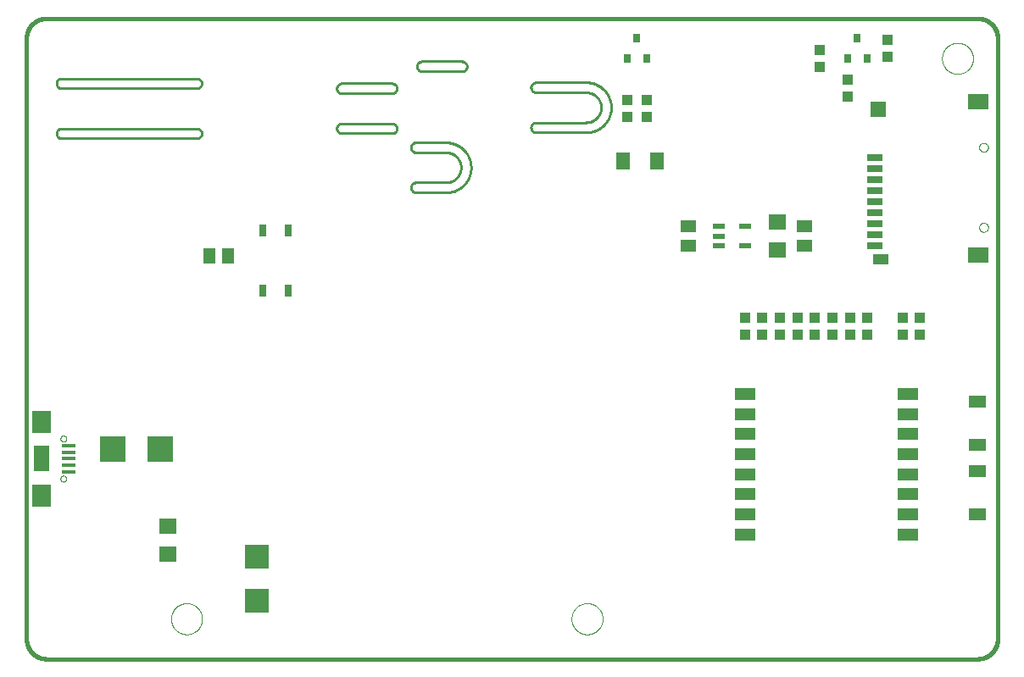
<source format=gtp>
G75*
%MOIN*%
%OFA0B0*%
%FSLAX25Y25*%
%IPPOS*%
%LPD*%
%AMOC8*
5,1,8,0,0,1.08239X$1,22.5*
%
%ADD10C,0.01600*%
%ADD11C,0.01000*%
%ADD12C,0.00000*%
%ADD13R,0.06693X0.05118*%
%ADD14R,0.05906X0.05118*%
%ADD15R,0.06000X0.03000*%
%ADD16R,0.06000X0.04000*%
%ADD17R,0.08000X0.06000*%
%ADD18R,0.06000X0.06000*%
%ADD19R,0.07874X0.04724*%
%ADD20R,0.04331X0.03937*%
%ADD21R,0.05512X0.01575*%
%ADD22R,0.07480X0.09055*%
%ADD23R,0.05906X0.09843*%
%ADD24R,0.03937X0.04331*%
%ADD25R,0.07087X0.06299*%
%ADD26R,0.03100X0.03500*%
%ADD27R,0.04724X0.02165*%
%ADD28R,0.05512X0.07087*%
%ADD29R,0.05118X0.05906*%
%ADD30R,0.03150X0.04724*%
%ADD31R,0.09449X0.09449*%
%ADD32R,0.10000X0.10000*%
D10*
X0016939Y0009674D02*
X0016939Y0245894D01*
X0016941Y0246084D01*
X0016948Y0246274D01*
X0016960Y0246464D01*
X0016976Y0246654D01*
X0016996Y0246843D01*
X0017022Y0247032D01*
X0017051Y0247220D01*
X0017086Y0247407D01*
X0017125Y0247593D01*
X0017168Y0247778D01*
X0017216Y0247963D01*
X0017268Y0248146D01*
X0017324Y0248327D01*
X0017385Y0248507D01*
X0017451Y0248686D01*
X0017520Y0248863D01*
X0017594Y0249039D01*
X0017672Y0249212D01*
X0017755Y0249384D01*
X0017841Y0249553D01*
X0017931Y0249721D01*
X0018026Y0249886D01*
X0018124Y0250049D01*
X0018227Y0250209D01*
X0018333Y0250367D01*
X0018443Y0250522D01*
X0018556Y0250675D01*
X0018674Y0250825D01*
X0018795Y0250971D01*
X0018919Y0251115D01*
X0019047Y0251256D01*
X0019178Y0251394D01*
X0019313Y0251529D01*
X0019451Y0251660D01*
X0019592Y0251788D01*
X0019736Y0251912D01*
X0019882Y0252033D01*
X0020032Y0252151D01*
X0020185Y0252264D01*
X0020340Y0252374D01*
X0020498Y0252480D01*
X0020658Y0252583D01*
X0020821Y0252681D01*
X0020986Y0252776D01*
X0021154Y0252866D01*
X0021323Y0252952D01*
X0021495Y0253035D01*
X0021668Y0253113D01*
X0021844Y0253187D01*
X0022021Y0253256D01*
X0022200Y0253322D01*
X0022380Y0253383D01*
X0022561Y0253439D01*
X0022744Y0253491D01*
X0022929Y0253539D01*
X0023114Y0253582D01*
X0023300Y0253621D01*
X0023487Y0253656D01*
X0023675Y0253685D01*
X0023864Y0253711D01*
X0024053Y0253731D01*
X0024243Y0253747D01*
X0024433Y0253759D01*
X0024623Y0253766D01*
X0024813Y0253768D01*
X0024813Y0253769D02*
X0390955Y0253769D01*
X0390955Y0253768D02*
X0391145Y0253766D01*
X0391335Y0253759D01*
X0391525Y0253747D01*
X0391715Y0253731D01*
X0391904Y0253711D01*
X0392093Y0253685D01*
X0392281Y0253656D01*
X0392468Y0253621D01*
X0392654Y0253582D01*
X0392839Y0253539D01*
X0393024Y0253491D01*
X0393207Y0253439D01*
X0393388Y0253383D01*
X0393568Y0253322D01*
X0393747Y0253256D01*
X0393924Y0253187D01*
X0394100Y0253113D01*
X0394273Y0253035D01*
X0394445Y0252952D01*
X0394614Y0252866D01*
X0394782Y0252776D01*
X0394947Y0252681D01*
X0395110Y0252583D01*
X0395270Y0252480D01*
X0395428Y0252374D01*
X0395583Y0252264D01*
X0395736Y0252151D01*
X0395886Y0252033D01*
X0396032Y0251912D01*
X0396176Y0251788D01*
X0396317Y0251660D01*
X0396455Y0251529D01*
X0396590Y0251394D01*
X0396721Y0251256D01*
X0396849Y0251115D01*
X0396973Y0250971D01*
X0397094Y0250825D01*
X0397212Y0250675D01*
X0397325Y0250522D01*
X0397435Y0250367D01*
X0397541Y0250209D01*
X0397644Y0250049D01*
X0397742Y0249886D01*
X0397837Y0249721D01*
X0397927Y0249553D01*
X0398013Y0249384D01*
X0398096Y0249212D01*
X0398174Y0249039D01*
X0398248Y0248863D01*
X0398317Y0248686D01*
X0398383Y0248507D01*
X0398444Y0248327D01*
X0398500Y0248146D01*
X0398552Y0247963D01*
X0398600Y0247778D01*
X0398643Y0247593D01*
X0398682Y0247407D01*
X0398717Y0247220D01*
X0398746Y0247032D01*
X0398772Y0246843D01*
X0398792Y0246654D01*
X0398808Y0246464D01*
X0398820Y0246274D01*
X0398827Y0246084D01*
X0398829Y0245894D01*
X0398829Y0009674D01*
X0398827Y0009484D01*
X0398820Y0009294D01*
X0398808Y0009104D01*
X0398792Y0008914D01*
X0398772Y0008725D01*
X0398746Y0008536D01*
X0398717Y0008348D01*
X0398682Y0008161D01*
X0398643Y0007975D01*
X0398600Y0007790D01*
X0398552Y0007605D01*
X0398500Y0007422D01*
X0398444Y0007241D01*
X0398383Y0007061D01*
X0398317Y0006882D01*
X0398248Y0006705D01*
X0398174Y0006529D01*
X0398096Y0006356D01*
X0398013Y0006184D01*
X0397927Y0006015D01*
X0397837Y0005847D01*
X0397742Y0005682D01*
X0397644Y0005519D01*
X0397541Y0005359D01*
X0397435Y0005201D01*
X0397325Y0005046D01*
X0397212Y0004893D01*
X0397094Y0004743D01*
X0396973Y0004597D01*
X0396849Y0004453D01*
X0396721Y0004312D01*
X0396590Y0004174D01*
X0396455Y0004039D01*
X0396317Y0003908D01*
X0396176Y0003780D01*
X0396032Y0003656D01*
X0395886Y0003535D01*
X0395736Y0003417D01*
X0395583Y0003304D01*
X0395428Y0003194D01*
X0395270Y0003088D01*
X0395110Y0002985D01*
X0394947Y0002887D01*
X0394782Y0002792D01*
X0394614Y0002702D01*
X0394445Y0002616D01*
X0394273Y0002533D01*
X0394100Y0002455D01*
X0393924Y0002381D01*
X0393747Y0002312D01*
X0393568Y0002246D01*
X0393388Y0002185D01*
X0393207Y0002129D01*
X0393024Y0002077D01*
X0392839Y0002029D01*
X0392654Y0001986D01*
X0392468Y0001947D01*
X0392281Y0001912D01*
X0392093Y0001883D01*
X0391904Y0001857D01*
X0391715Y0001837D01*
X0391525Y0001821D01*
X0391335Y0001809D01*
X0391145Y0001802D01*
X0390955Y0001800D01*
X0024813Y0001800D01*
X0024623Y0001802D01*
X0024433Y0001809D01*
X0024243Y0001821D01*
X0024053Y0001837D01*
X0023864Y0001857D01*
X0023675Y0001883D01*
X0023487Y0001912D01*
X0023300Y0001947D01*
X0023114Y0001986D01*
X0022929Y0002029D01*
X0022744Y0002077D01*
X0022561Y0002129D01*
X0022380Y0002185D01*
X0022200Y0002246D01*
X0022021Y0002312D01*
X0021844Y0002381D01*
X0021668Y0002455D01*
X0021495Y0002533D01*
X0021323Y0002616D01*
X0021154Y0002702D01*
X0020986Y0002792D01*
X0020821Y0002887D01*
X0020658Y0002985D01*
X0020498Y0003088D01*
X0020340Y0003194D01*
X0020185Y0003304D01*
X0020032Y0003417D01*
X0019882Y0003535D01*
X0019736Y0003656D01*
X0019592Y0003780D01*
X0019451Y0003908D01*
X0019313Y0004039D01*
X0019178Y0004174D01*
X0019047Y0004312D01*
X0018919Y0004453D01*
X0018795Y0004597D01*
X0018674Y0004743D01*
X0018556Y0004893D01*
X0018443Y0005046D01*
X0018333Y0005201D01*
X0018227Y0005359D01*
X0018124Y0005519D01*
X0018026Y0005682D01*
X0017931Y0005847D01*
X0017841Y0006015D01*
X0017755Y0006184D01*
X0017672Y0006356D01*
X0017594Y0006529D01*
X0017520Y0006705D01*
X0017451Y0006882D01*
X0017385Y0007061D01*
X0017324Y0007241D01*
X0017268Y0007422D01*
X0017216Y0007605D01*
X0017168Y0007790D01*
X0017125Y0007975D01*
X0017086Y0008161D01*
X0017051Y0008348D01*
X0017022Y0008536D01*
X0016996Y0008725D01*
X0016976Y0008914D01*
X0016960Y0009104D01*
X0016948Y0009294D01*
X0016941Y0009484D01*
X0016939Y0009674D01*
D11*
X0170089Y0185265D02*
X0181900Y0185265D01*
X0181900Y0189202D02*
X0170089Y0189202D01*
X0168120Y0187233D02*
X0168122Y0187147D01*
X0168127Y0187061D01*
X0168137Y0186976D01*
X0168150Y0186891D01*
X0168167Y0186807D01*
X0168187Y0186723D01*
X0168211Y0186641D01*
X0168239Y0186560D01*
X0168270Y0186479D01*
X0168304Y0186401D01*
X0168342Y0186324D01*
X0168384Y0186249D01*
X0168428Y0186175D01*
X0168476Y0186104D01*
X0168527Y0186034D01*
X0168581Y0185967D01*
X0168637Y0185903D01*
X0168697Y0185841D01*
X0168759Y0185781D01*
X0168823Y0185725D01*
X0168890Y0185671D01*
X0168960Y0185620D01*
X0169031Y0185572D01*
X0169105Y0185528D01*
X0169180Y0185486D01*
X0169257Y0185448D01*
X0169335Y0185414D01*
X0169416Y0185383D01*
X0169497Y0185355D01*
X0169579Y0185331D01*
X0169663Y0185311D01*
X0169747Y0185294D01*
X0169832Y0185281D01*
X0169917Y0185271D01*
X0170003Y0185266D01*
X0170089Y0185264D01*
X0168120Y0187233D02*
X0168122Y0187319D01*
X0168127Y0187405D01*
X0168137Y0187490D01*
X0168150Y0187575D01*
X0168167Y0187659D01*
X0168187Y0187743D01*
X0168211Y0187825D01*
X0168239Y0187906D01*
X0168270Y0187987D01*
X0168304Y0188065D01*
X0168342Y0188142D01*
X0168384Y0188218D01*
X0168428Y0188291D01*
X0168476Y0188362D01*
X0168527Y0188432D01*
X0168581Y0188499D01*
X0168637Y0188563D01*
X0168697Y0188625D01*
X0168759Y0188685D01*
X0168823Y0188741D01*
X0168890Y0188795D01*
X0168960Y0188846D01*
X0169031Y0188894D01*
X0169105Y0188938D01*
X0169180Y0188980D01*
X0169257Y0189018D01*
X0169335Y0189052D01*
X0169416Y0189083D01*
X0169497Y0189111D01*
X0169579Y0189135D01*
X0169663Y0189155D01*
X0169747Y0189172D01*
X0169832Y0189185D01*
X0169917Y0189195D01*
X0170003Y0189200D01*
X0170089Y0189202D01*
X0181900Y0204950D02*
X0182138Y0204947D01*
X0182376Y0204939D01*
X0182613Y0204924D01*
X0182850Y0204904D01*
X0183086Y0204878D01*
X0183322Y0204847D01*
X0183557Y0204810D01*
X0183791Y0204767D01*
X0184024Y0204718D01*
X0184256Y0204664D01*
X0184486Y0204604D01*
X0184715Y0204539D01*
X0184942Y0204468D01*
X0185167Y0204392D01*
X0185390Y0204310D01*
X0185612Y0204223D01*
X0185831Y0204131D01*
X0186048Y0204033D01*
X0186262Y0203931D01*
X0186474Y0203823D01*
X0186684Y0203709D01*
X0186890Y0203591D01*
X0187094Y0203468D01*
X0187294Y0203340D01*
X0187491Y0203208D01*
X0187686Y0203070D01*
X0187876Y0202928D01*
X0188064Y0202781D01*
X0188247Y0202630D01*
X0188427Y0202475D01*
X0188603Y0202315D01*
X0188775Y0202151D01*
X0188944Y0201982D01*
X0189108Y0201810D01*
X0189268Y0201634D01*
X0189423Y0201454D01*
X0189574Y0201271D01*
X0189721Y0201083D01*
X0189863Y0200893D01*
X0190001Y0200698D01*
X0190133Y0200501D01*
X0190261Y0200301D01*
X0190384Y0200097D01*
X0190502Y0199891D01*
X0190616Y0199681D01*
X0190724Y0199469D01*
X0190826Y0199255D01*
X0190924Y0199038D01*
X0191016Y0198819D01*
X0191103Y0198597D01*
X0191185Y0198374D01*
X0191261Y0198149D01*
X0191332Y0197922D01*
X0191397Y0197693D01*
X0191457Y0197463D01*
X0191511Y0197231D01*
X0191560Y0196998D01*
X0191603Y0196764D01*
X0191640Y0196529D01*
X0191671Y0196293D01*
X0191697Y0196057D01*
X0191717Y0195820D01*
X0191732Y0195583D01*
X0191740Y0195345D01*
X0191743Y0195107D01*
X0191740Y0194869D01*
X0191732Y0194631D01*
X0191717Y0194394D01*
X0191697Y0194157D01*
X0191671Y0193921D01*
X0191640Y0193685D01*
X0191603Y0193450D01*
X0191560Y0193216D01*
X0191511Y0192983D01*
X0191457Y0192751D01*
X0191397Y0192521D01*
X0191332Y0192292D01*
X0191261Y0192065D01*
X0191185Y0191840D01*
X0191103Y0191617D01*
X0191016Y0191395D01*
X0190924Y0191176D01*
X0190826Y0190959D01*
X0190724Y0190745D01*
X0190616Y0190533D01*
X0190502Y0190323D01*
X0190384Y0190117D01*
X0190261Y0189913D01*
X0190133Y0189713D01*
X0190001Y0189516D01*
X0189863Y0189321D01*
X0189721Y0189131D01*
X0189574Y0188943D01*
X0189423Y0188760D01*
X0189268Y0188580D01*
X0189108Y0188404D01*
X0188944Y0188232D01*
X0188775Y0188063D01*
X0188603Y0187899D01*
X0188427Y0187739D01*
X0188247Y0187584D01*
X0188064Y0187433D01*
X0187876Y0187286D01*
X0187686Y0187144D01*
X0187491Y0187006D01*
X0187294Y0186874D01*
X0187094Y0186746D01*
X0186890Y0186623D01*
X0186684Y0186505D01*
X0186474Y0186391D01*
X0186262Y0186283D01*
X0186048Y0186181D01*
X0185831Y0186083D01*
X0185612Y0185991D01*
X0185390Y0185904D01*
X0185167Y0185822D01*
X0184942Y0185746D01*
X0184715Y0185675D01*
X0184486Y0185610D01*
X0184256Y0185550D01*
X0184024Y0185496D01*
X0183791Y0185447D01*
X0183557Y0185404D01*
X0183322Y0185367D01*
X0183086Y0185336D01*
X0182850Y0185310D01*
X0182613Y0185290D01*
X0182376Y0185275D01*
X0182138Y0185267D01*
X0181900Y0185264D01*
X0181900Y0189201D02*
X0182052Y0189203D01*
X0182204Y0189209D01*
X0182356Y0189219D01*
X0182507Y0189232D01*
X0182658Y0189250D01*
X0182809Y0189271D01*
X0182959Y0189297D01*
X0183108Y0189326D01*
X0183257Y0189359D01*
X0183404Y0189396D01*
X0183551Y0189436D01*
X0183696Y0189481D01*
X0183840Y0189529D01*
X0183983Y0189581D01*
X0184125Y0189636D01*
X0184265Y0189695D01*
X0184404Y0189758D01*
X0184541Y0189824D01*
X0184676Y0189894D01*
X0184809Y0189967D01*
X0184940Y0190044D01*
X0185070Y0190124D01*
X0185197Y0190207D01*
X0185322Y0190293D01*
X0185445Y0190383D01*
X0185565Y0190476D01*
X0185683Y0190572D01*
X0185799Y0190671D01*
X0185912Y0190773D01*
X0186022Y0190877D01*
X0186130Y0190985D01*
X0186234Y0191095D01*
X0186336Y0191208D01*
X0186435Y0191324D01*
X0186531Y0191442D01*
X0186624Y0191562D01*
X0186714Y0191685D01*
X0186800Y0191810D01*
X0186883Y0191937D01*
X0186963Y0192067D01*
X0187040Y0192198D01*
X0187113Y0192331D01*
X0187183Y0192466D01*
X0187249Y0192603D01*
X0187312Y0192742D01*
X0187371Y0192882D01*
X0187426Y0193024D01*
X0187478Y0193167D01*
X0187526Y0193311D01*
X0187571Y0193456D01*
X0187611Y0193603D01*
X0187648Y0193750D01*
X0187681Y0193899D01*
X0187710Y0194048D01*
X0187736Y0194198D01*
X0187757Y0194349D01*
X0187775Y0194500D01*
X0187788Y0194651D01*
X0187798Y0194803D01*
X0187804Y0194955D01*
X0187806Y0195107D01*
X0187804Y0195259D01*
X0187798Y0195411D01*
X0187788Y0195563D01*
X0187775Y0195714D01*
X0187757Y0195865D01*
X0187736Y0196016D01*
X0187710Y0196166D01*
X0187681Y0196315D01*
X0187648Y0196464D01*
X0187611Y0196611D01*
X0187571Y0196758D01*
X0187526Y0196903D01*
X0187478Y0197047D01*
X0187426Y0197190D01*
X0187371Y0197332D01*
X0187312Y0197472D01*
X0187249Y0197611D01*
X0187183Y0197748D01*
X0187113Y0197883D01*
X0187040Y0198016D01*
X0186963Y0198147D01*
X0186883Y0198277D01*
X0186800Y0198404D01*
X0186714Y0198529D01*
X0186624Y0198652D01*
X0186531Y0198772D01*
X0186435Y0198890D01*
X0186336Y0199006D01*
X0186234Y0199119D01*
X0186130Y0199229D01*
X0186022Y0199337D01*
X0185912Y0199441D01*
X0185799Y0199543D01*
X0185683Y0199642D01*
X0185565Y0199738D01*
X0185445Y0199831D01*
X0185322Y0199921D01*
X0185197Y0200007D01*
X0185070Y0200090D01*
X0184940Y0200170D01*
X0184809Y0200247D01*
X0184676Y0200320D01*
X0184541Y0200390D01*
X0184404Y0200456D01*
X0184265Y0200519D01*
X0184125Y0200578D01*
X0183983Y0200633D01*
X0183840Y0200685D01*
X0183696Y0200733D01*
X0183551Y0200778D01*
X0183404Y0200818D01*
X0183257Y0200855D01*
X0183108Y0200888D01*
X0182959Y0200917D01*
X0182809Y0200943D01*
X0182658Y0200964D01*
X0182507Y0200982D01*
X0182356Y0200995D01*
X0182204Y0201005D01*
X0182052Y0201011D01*
X0181900Y0201013D01*
X0170089Y0201013D01*
X0168120Y0202981D02*
X0168122Y0203067D01*
X0168127Y0203153D01*
X0168137Y0203238D01*
X0168150Y0203323D01*
X0168167Y0203407D01*
X0168187Y0203491D01*
X0168211Y0203573D01*
X0168239Y0203654D01*
X0168270Y0203735D01*
X0168304Y0203813D01*
X0168342Y0203890D01*
X0168384Y0203966D01*
X0168428Y0204039D01*
X0168476Y0204110D01*
X0168527Y0204180D01*
X0168581Y0204247D01*
X0168637Y0204311D01*
X0168697Y0204373D01*
X0168759Y0204433D01*
X0168823Y0204489D01*
X0168890Y0204543D01*
X0168960Y0204594D01*
X0169031Y0204642D01*
X0169105Y0204686D01*
X0169180Y0204728D01*
X0169257Y0204766D01*
X0169335Y0204800D01*
X0169416Y0204831D01*
X0169497Y0204859D01*
X0169579Y0204883D01*
X0169663Y0204903D01*
X0169747Y0204920D01*
X0169832Y0204933D01*
X0169917Y0204943D01*
X0170003Y0204948D01*
X0170089Y0204950D01*
X0181900Y0204950D01*
X0170089Y0201012D02*
X0170003Y0201014D01*
X0169917Y0201019D01*
X0169832Y0201029D01*
X0169747Y0201042D01*
X0169663Y0201059D01*
X0169579Y0201079D01*
X0169497Y0201103D01*
X0169416Y0201131D01*
X0169335Y0201162D01*
X0169257Y0201196D01*
X0169180Y0201234D01*
X0169105Y0201276D01*
X0169031Y0201320D01*
X0168960Y0201368D01*
X0168890Y0201419D01*
X0168823Y0201473D01*
X0168759Y0201529D01*
X0168697Y0201589D01*
X0168637Y0201651D01*
X0168581Y0201715D01*
X0168527Y0201782D01*
X0168476Y0201852D01*
X0168428Y0201923D01*
X0168384Y0201997D01*
X0168342Y0202072D01*
X0168304Y0202149D01*
X0168270Y0202227D01*
X0168239Y0202308D01*
X0168211Y0202389D01*
X0168187Y0202471D01*
X0168167Y0202555D01*
X0168150Y0202639D01*
X0168137Y0202724D01*
X0168127Y0202809D01*
X0168122Y0202895D01*
X0168120Y0202981D01*
X0160640Y0208493D02*
X0140955Y0208493D01*
X0138986Y0210461D02*
X0138988Y0210547D01*
X0138993Y0210633D01*
X0139003Y0210718D01*
X0139016Y0210803D01*
X0139033Y0210887D01*
X0139053Y0210971D01*
X0139077Y0211053D01*
X0139105Y0211134D01*
X0139136Y0211215D01*
X0139170Y0211293D01*
X0139208Y0211370D01*
X0139250Y0211446D01*
X0139294Y0211519D01*
X0139342Y0211590D01*
X0139393Y0211660D01*
X0139447Y0211727D01*
X0139503Y0211791D01*
X0139563Y0211853D01*
X0139625Y0211913D01*
X0139689Y0211969D01*
X0139756Y0212023D01*
X0139826Y0212074D01*
X0139897Y0212122D01*
X0139971Y0212166D01*
X0140046Y0212208D01*
X0140123Y0212246D01*
X0140201Y0212280D01*
X0140282Y0212311D01*
X0140363Y0212339D01*
X0140445Y0212363D01*
X0140529Y0212383D01*
X0140613Y0212400D01*
X0140698Y0212413D01*
X0140783Y0212423D01*
X0140869Y0212428D01*
X0140955Y0212430D01*
X0160640Y0212430D01*
X0160726Y0212428D01*
X0160812Y0212423D01*
X0160897Y0212413D01*
X0160982Y0212400D01*
X0161066Y0212383D01*
X0161150Y0212363D01*
X0161232Y0212339D01*
X0161313Y0212311D01*
X0161394Y0212280D01*
X0161472Y0212246D01*
X0161549Y0212208D01*
X0161625Y0212166D01*
X0161698Y0212122D01*
X0161769Y0212074D01*
X0161839Y0212023D01*
X0161906Y0211969D01*
X0161970Y0211913D01*
X0162032Y0211853D01*
X0162092Y0211791D01*
X0162148Y0211727D01*
X0162202Y0211660D01*
X0162253Y0211590D01*
X0162301Y0211519D01*
X0162345Y0211446D01*
X0162387Y0211370D01*
X0162425Y0211293D01*
X0162459Y0211215D01*
X0162490Y0211134D01*
X0162518Y0211053D01*
X0162542Y0210971D01*
X0162562Y0210887D01*
X0162579Y0210803D01*
X0162592Y0210718D01*
X0162602Y0210633D01*
X0162607Y0210547D01*
X0162609Y0210461D01*
X0162607Y0210375D01*
X0162602Y0210289D01*
X0162592Y0210204D01*
X0162579Y0210119D01*
X0162562Y0210035D01*
X0162542Y0209951D01*
X0162518Y0209869D01*
X0162490Y0209788D01*
X0162459Y0209707D01*
X0162425Y0209629D01*
X0162387Y0209552D01*
X0162345Y0209477D01*
X0162301Y0209403D01*
X0162253Y0209332D01*
X0162202Y0209262D01*
X0162148Y0209195D01*
X0162092Y0209131D01*
X0162032Y0209069D01*
X0161970Y0209009D01*
X0161906Y0208953D01*
X0161839Y0208899D01*
X0161769Y0208848D01*
X0161698Y0208800D01*
X0161625Y0208756D01*
X0161549Y0208714D01*
X0161472Y0208676D01*
X0161394Y0208642D01*
X0161313Y0208611D01*
X0161232Y0208583D01*
X0161150Y0208559D01*
X0161066Y0208539D01*
X0160982Y0208522D01*
X0160897Y0208509D01*
X0160812Y0208499D01*
X0160726Y0208494D01*
X0160640Y0208492D01*
X0140955Y0208492D02*
X0140869Y0208494D01*
X0140783Y0208499D01*
X0140698Y0208509D01*
X0140613Y0208522D01*
X0140529Y0208539D01*
X0140445Y0208559D01*
X0140363Y0208583D01*
X0140282Y0208611D01*
X0140201Y0208642D01*
X0140123Y0208676D01*
X0140046Y0208714D01*
X0139971Y0208756D01*
X0139897Y0208800D01*
X0139826Y0208848D01*
X0139756Y0208899D01*
X0139689Y0208953D01*
X0139625Y0209009D01*
X0139563Y0209069D01*
X0139503Y0209131D01*
X0139447Y0209195D01*
X0139393Y0209262D01*
X0139342Y0209332D01*
X0139294Y0209403D01*
X0139250Y0209477D01*
X0139208Y0209552D01*
X0139170Y0209629D01*
X0139136Y0209707D01*
X0139105Y0209788D01*
X0139077Y0209869D01*
X0139053Y0209951D01*
X0139033Y0210035D01*
X0139016Y0210119D01*
X0139003Y0210204D01*
X0138993Y0210289D01*
X0138988Y0210375D01*
X0138986Y0210461D01*
X0140955Y0224241D02*
X0160640Y0224241D01*
X0162609Y0226209D02*
X0162607Y0226295D01*
X0162602Y0226381D01*
X0162592Y0226466D01*
X0162579Y0226551D01*
X0162562Y0226635D01*
X0162542Y0226719D01*
X0162518Y0226801D01*
X0162490Y0226882D01*
X0162459Y0226963D01*
X0162425Y0227041D01*
X0162387Y0227118D01*
X0162345Y0227194D01*
X0162301Y0227267D01*
X0162253Y0227338D01*
X0162202Y0227408D01*
X0162148Y0227475D01*
X0162092Y0227539D01*
X0162032Y0227601D01*
X0161970Y0227661D01*
X0161906Y0227717D01*
X0161839Y0227771D01*
X0161769Y0227822D01*
X0161698Y0227870D01*
X0161625Y0227914D01*
X0161549Y0227956D01*
X0161472Y0227994D01*
X0161394Y0228028D01*
X0161313Y0228059D01*
X0161232Y0228087D01*
X0161150Y0228111D01*
X0161066Y0228131D01*
X0160982Y0228148D01*
X0160897Y0228161D01*
X0160812Y0228171D01*
X0160726Y0228176D01*
X0160640Y0228178D01*
X0140955Y0228178D01*
X0140869Y0228176D01*
X0140783Y0228171D01*
X0140698Y0228161D01*
X0140613Y0228148D01*
X0140529Y0228131D01*
X0140445Y0228111D01*
X0140363Y0228087D01*
X0140282Y0228059D01*
X0140201Y0228028D01*
X0140123Y0227994D01*
X0140046Y0227956D01*
X0139971Y0227914D01*
X0139897Y0227870D01*
X0139826Y0227822D01*
X0139756Y0227771D01*
X0139689Y0227717D01*
X0139625Y0227661D01*
X0139563Y0227601D01*
X0139503Y0227539D01*
X0139447Y0227475D01*
X0139393Y0227408D01*
X0139342Y0227338D01*
X0139294Y0227267D01*
X0139250Y0227194D01*
X0139208Y0227118D01*
X0139170Y0227041D01*
X0139136Y0226963D01*
X0139105Y0226882D01*
X0139077Y0226801D01*
X0139053Y0226719D01*
X0139033Y0226635D01*
X0139016Y0226551D01*
X0139003Y0226466D01*
X0138993Y0226381D01*
X0138988Y0226295D01*
X0138986Y0226209D01*
X0138988Y0226123D01*
X0138993Y0226037D01*
X0139003Y0225952D01*
X0139016Y0225867D01*
X0139033Y0225783D01*
X0139053Y0225699D01*
X0139077Y0225617D01*
X0139105Y0225536D01*
X0139136Y0225455D01*
X0139170Y0225377D01*
X0139208Y0225300D01*
X0139250Y0225225D01*
X0139294Y0225151D01*
X0139342Y0225080D01*
X0139393Y0225010D01*
X0139447Y0224943D01*
X0139503Y0224879D01*
X0139563Y0224817D01*
X0139625Y0224757D01*
X0139689Y0224701D01*
X0139756Y0224647D01*
X0139826Y0224596D01*
X0139897Y0224548D01*
X0139971Y0224504D01*
X0140046Y0224462D01*
X0140123Y0224424D01*
X0140201Y0224390D01*
X0140282Y0224359D01*
X0140363Y0224331D01*
X0140445Y0224307D01*
X0140529Y0224287D01*
X0140613Y0224270D01*
X0140698Y0224257D01*
X0140783Y0224247D01*
X0140869Y0224242D01*
X0140955Y0224240D01*
X0160640Y0224240D02*
X0160726Y0224242D01*
X0160812Y0224247D01*
X0160897Y0224257D01*
X0160982Y0224270D01*
X0161066Y0224287D01*
X0161150Y0224307D01*
X0161232Y0224331D01*
X0161313Y0224359D01*
X0161394Y0224390D01*
X0161472Y0224424D01*
X0161549Y0224462D01*
X0161625Y0224504D01*
X0161698Y0224548D01*
X0161769Y0224596D01*
X0161839Y0224647D01*
X0161906Y0224701D01*
X0161970Y0224757D01*
X0162032Y0224817D01*
X0162092Y0224879D01*
X0162148Y0224943D01*
X0162202Y0225010D01*
X0162253Y0225080D01*
X0162301Y0225151D01*
X0162345Y0225225D01*
X0162387Y0225300D01*
X0162425Y0225377D01*
X0162459Y0225455D01*
X0162490Y0225536D01*
X0162518Y0225617D01*
X0162542Y0225699D01*
X0162562Y0225783D01*
X0162579Y0225867D01*
X0162592Y0225952D01*
X0162602Y0226037D01*
X0162607Y0226123D01*
X0162609Y0226209D01*
X0172451Y0232902D02*
X0188199Y0232902D01*
X0190168Y0234871D02*
X0190166Y0234957D01*
X0190161Y0235043D01*
X0190151Y0235128D01*
X0190138Y0235213D01*
X0190121Y0235297D01*
X0190101Y0235381D01*
X0190077Y0235463D01*
X0190049Y0235544D01*
X0190018Y0235625D01*
X0189984Y0235703D01*
X0189946Y0235780D01*
X0189904Y0235856D01*
X0189860Y0235929D01*
X0189812Y0236000D01*
X0189761Y0236070D01*
X0189707Y0236137D01*
X0189651Y0236201D01*
X0189591Y0236263D01*
X0189529Y0236323D01*
X0189465Y0236379D01*
X0189398Y0236433D01*
X0189328Y0236484D01*
X0189257Y0236532D01*
X0189184Y0236576D01*
X0189108Y0236618D01*
X0189031Y0236656D01*
X0188953Y0236690D01*
X0188872Y0236721D01*
X0188791Y0236749D01*
X0188709Y0236773D01*
X0188625Y0236793D01*
X0188541Y0236810D01*
X0188456Y0236823D01*
X0188371Y0236833D01*
X0188285Y0236838D01*
X0188199Y0236840D01*
X0188199Y0236839D02*
X0172451Y0236839D01*
X0172451Y0236840D02*
X0172365Y0236838D01*
X0172279Y0236833D01*
X0172194Y0236823D01*
X0172109Y0236810D01*
X0172025Y0236793D01*
X0171941Y0236773D01*
X0171859Y0236749D01*
X0171778Y0236721D01*
X0171697Y0236690D01*
X0171619Y0236656D01*
X0171542Y0236618D01*
X0171467Y0236576D01*
X0171393Y0236532D01*
X0171322Y0236484D01*
X0171252Y0236433D01*
X0171185Y0236379D01*
X0171121Y0236323D01*
X0171059Y0236263D01*
X0170999Y0236201D01*
X0170943Y0236137D01*
X0170889Y0236070D01*
X0170838Y0236000D01*
X0170790Y0235929D01*
X0170746Y0235856D01*
X0170704Y0235780D01*
X0170666Y0235703D01*
X0170632Y0235625D01*
X0170601Y0235544D01*
X0170573Y0235463D01*
X0170549Y0235381D01*
X0170529Y0235297D01*
X0170512Y0235213D01*
X0170499Y0235128D01*
X0170489Y0235043D01*
X0170484Y0234957D01*
X0170482Y0234871D01*
X0170484Y0234785D01*
X0170489Y0234699D01*
X0170499Y0234614D01*
X0170512Y0234529D01*
X0170529Y0234445D01*
X0170549Y0234361D01*
X0170573Y0234279D01*
X0170601Y0234198D01*
X0170632Y0234117D01*
X0170666Y0234039D01*
X0170704Y0233962D01*
X0170746Y0233887D01*
X0170790Y0233813D01*
X0170838Y0233742D01*
X0170889Y0233672D01*
X0170943Y0233605D01*
X0170999Y0233541D01*
X0171059Y0233479D01*
X0171121Y0233419D01*
X0171185Y0233363D01*
X0171252Y0233309D01*
X0171322Y0233258D01*
X0171393Y0233210D01*
X0171467Y0233166D01*
X0171542Y0233124D01*
X0171619Y0233086D01*
X0171697Y0233052D01*
X0171778Y0233021D01*
X0171859Y0232993D01*
X0171941Y0232969D01*
X0172025Y0232949D01*
X0172109Y0232932D01*
X0172194Y0232919D01*
X0172279Y0232909D01*
X0172365Y0232904D01*
X0172451Y0232902D01*
X0188199Y0232902D02*
X0188285Y0232904D01*
X0188371Y0232909D01*
X0188456Y0232919D01*
X0188541Y0232932D01*
X0188625Y0232949D01*
X0188709Y0232969D01*
X0188791Y0232993D01*
X0188872Y0233021D01*
X0188953Y0233052D01*
X0189031Y0233086D01*
X0189108Y0233124D01*
X0189184Y0233166D01*
X0189257Y0233210D01*
X0189328Y0233258D01*
X0189398Y0233309D01*
X0189465Y0233363D01*
X0189529Y0233419D01*
X0189591Y0233479D01*
X0189651Y0233541D01*
X0189707Y0233605D01*
X0189761Y0233672D01*
X0189812Y0233742D01*
X0189860Y0233813D01*
X0189904Y0233887D01*
X0189946Y0233962D01*
X0189984Y0234039D01*
X0190018Y0234117D01*
X0190049Y0234198D01*
X0190077Y0234279D01*
X0190101Y0234361D01*
X0190121Y0234445D01*
X0190138Y0234529D01*
X0190151Y0234614D01*
X0190161Y0234699D01*
X0190166Y0234785D01*
X0190168Y0234871D01*
X0217333Y0228572D02*
X0237018Y0228572D01*
X0237018Y0224635D02*
X0217333Y0224635D01*
X0215364Y0226603D02*
X0215366Y0226689D01*
X0215371Y0226775D01*
X0215381Y0226860D01*
X0215394Y0226945D01*
X0215411Y0227029D01*
X0215431Y0227113D01*
X0215455Y0227195D01*
X0215483Y0227276D01*
X0215514Y0227357D01*
X0215548Y0227435D01*
X0215586Y0227512D01*
X0215628Y0227588D01*
X0215672Y0227661D01*
X0215720Y0227732D01*
X0215771Y0227802D01*
X0215825Y0227869D01*
X0215881Y0227933D01*
X0215941Y0227995D01*
X0216003Y0228055D01*
X0216067Y0228111D01*
X0216134Y0228165D01*
X0216204Y0228216D01*
X0216275Y0228264D01*
X0216349Y0228308D01*
X0216424Y0228350D01*
X0216501Y0228388D01*
X0216579Y0228422D01*
X0216660Y0228453D01*
X0216741Y0228481D01*
X0216823Y0228505D01*
X0216907Y0228525D01*
X0216991Y0228542D01*
X0217076Y0228555D01*
X0217161Y0228565D01*
X0217247Y0228570D01*
X0217333Y0228572D01*
X0215364Y0226603D02*
X0215366Y0226517D01*
X0215371Y0226431D01*
X0215381Y0226346D01*
X0215394Y0226261D01*
X0215411Y0226177D01*
X0215431Y0226093D01*
X0215455Y0226011D01*
X0215483Y0225930D01*
X0215514Y0225849D01*
X0215548Y0225771D01*
X0215586Y0225694D01*
X0215628Y0225619D01*
X0215672Y0225545D01*
X0215720Y0225474D01*
X0215771Y0225404D01*
X0215825Y0225337D01*
X0215881Y0225273D01*
X0215941Y0225211D01*
X0216003Y0225151D01*
X0216067Y0225095D01*
X0216134Y0225041D01*
X0216204Y0224990D01*
X0216275Y0224942D01*
X0216349Y0224898D01*
X0216424Y0224856D01*
X0216501Y0224818D01*
X0216579Y0224784D01*
X0216660Y0224753D01*
X0216741Y0224725D01*
X0216823Y0224701D01*
X0216907Y0224681D01*
X0216991Y0224664D01*
X0217076Y0224651D01*
X0217161Y0224641D01*
X0217247Y0224636D01*
X0217333Y0224634D01*
X0217333Y0212824D02*
X0237018Y0212824D01*
X0237018Y0208887D02*
X0217333Y0208887D01*
X0217333Y0208886D02*
X0217247Y0208888D01*
X0217161Y0208893D01*
X0217076Y0208903D01*
X0216991Y0208916D01*
X0216907Y0208933D01*
X0216823Y0208953D01*
X0216741Y0208977D01*
X0216660Y0209005D01*
X0216579Y0209036D01*
X0216501Y0209070D01*
X0216424Y0209108D01*
X0216349Y0209150D01*
X0216275Y0209194D01*
X0216204Y0209242D01*
X0216134Y0209293D01*
X0216067Y0209347D01*
X0216003Y0209403D01*
X0215941Y0209463D01*
X0215881Y0209525D01*
X0215825Y0209589D01*
X0215771Y0209656D01*
X0215720Y0209726D01*
X0215672Y0209797D01*
X0215628Y0209871D01*
X0215586Y0209946D01*
X0215548Y0210023D01*
X0215514Y0210101D01*
X0215483Y0210182D01*
X0215455Y0210263D01*
X0215431Y0210345D01*
X0215411Y0210429D01*
X0215394Y0210513D01*
X0215381Y0210598D01*
X0215371Y0210683D01*
X0215366Y0210769D01*
X0215364Y0210855D01*
X0215366Y0210941D01*
X0215371Y0211027D01*
X0215381Y0211112D01*
X0215394Y0211197D01*
X0215411Y0211281D01*
X0215431Y0211365D01*
X0215455Y0211447D01*
X0215483Y0211528D01*
X0215514Y0211609D01*
X0215548Y0211687D01*
X0215586Y0211764D01*
X0215628Y0211840D01*
X0215672Y0211913D01*
X0215720Y0211984D01*
X0215771Y0212054D01*
X0215825Y0212121D01*
X0215881Y0212185D01*
X0215941Y0212247D01*
X0216003Y0212307D01*
X0216067Y0212363D01*
X0216134Y0212417D01*
X0216204Y0212468D01*
X0216275Y0212516D01*
X0216349Y0212560D01*
X0216424Y0212602D01*
X0216501Y0212640D01*
X0216579Y0212674D01*
X0216660Y0212705D01*
X0216741Y0212733D01*
X0216823Y0212757D01*
X0216907Y0212777D01*
X0216991Y0212794D01*
X0217076Y0212807D01*
X0217161Y0212817D01*
X0217247Y0212822D01*
X0217333Y0212824D01*
X0237018Y0228572D02*
X0237256Y0228569D01*
X0237494Y0228561D01*
X0237731Y0228546D01*
X0237968Y0228526D01*
X0238204Y0228500D01*
X0238440Y0228469D01*
X0238675Y0228432D01*
X0238909Y0228389D01*
X0239142Y0228340D01*
X0239374Y0228286D01*
X0239604Y0228226D01*
X0239833Y0228161D01*
X0240060Y0228090D01*
X0240285Y0228014D01*
X0240508Y0227932D01*
X0240730Y0227845D01*
X0240949Y0227753D01*
X0241166Y0227655D01*
X0241380Y0227553D01*
X0241592Y0227445D01*
X0241802Y0227331D01*
X0242008Y0227213D01*
X0242212Y0227090D01*
X0242412Y0226962D01*
X0242609Y0226830D01*
X0242804Y0226692D01*
X0242994Y0226550D01*
X0243182Y0226403D01*
X0243365Y0226252D01*
X0243545Y0226097D01*
X0243721Y0225937D01*
X0243893Y0225773D01*
X0244062Y0225604D01*
X0244226Y0225432D01*
X0244386Y0225256D01*
X0244541Y0225076D01*
X0244692Y0224893D01*
X0244839Y0224705D01*
X0244981Y0224515D01*
X0245119Y0224320D01*
X0245251Y0224123D01*
X0245379Y0223923D01*
X0245502Y0223719D01*
X0245620Y0223513D01*
X0245734Y0223303D01*
X0245842Y0223091D01*
X0245944Y0222877D01*
X0246042Y0222660D01*
X0246134Y0222441D01*
X0246221Y0222219D01*
X0246303Y0221996D01*
X0246379Y0221771D01*
X0246450Y0221544D01*
X0246515Y0221315D01*
X0246575Y0221085D01*
X0246629Y0220853D01*
X0246678Y0220620D01*
X0246721Y0220386D01*
X0246758Y0220151D01*
X0246789Y0219915D01*
X0246815Y0219679D01*
X0246835Y0219442D01*
X0246850Y0219205D01*
X0246858Y0218967D01*
X0246861Y0218729D01*
X0246858Y0218491D01*
X0246850Y0218253D01*
X0246835Y0218016D01*
X0246815Y0217779D01*
X0246789Y0217543D01*
X0246758Y0217307D01*
X0246721Y0217072D01*
X0246678Y0216838D01*
X0246629Y0216605D01*
X0246575Y0216373D01*
X0246515Y0216143D01*
X0246450Y0215914D01*
X0246379Y0215687D01*
X0246303Y0215462D01*
X0246221Y0215239D01*
X0246134Y0215017D01*
X0246042Y0214798D01*
X0245944Y0214581D01*
X0245842Y0214367D01*
X0245734Y0214155D01*
X0245620Y0213945D01*
X0245502Y0213739D01*
X0245379Y0213535D01*
X0245251Y0213335D01*
X0245119Y0213138D01*
X0244981Y0212943D01*
X0244839Y0212753D01*
X0244692Y0212565D01*
X0244541Y0212382D01*
X0244386Y0212202D01*
X0244226Y0212026D01*
X0244062Y0211854D01*
X0243893Y0211685D01*
X0243721Y0211521D01*
X0243545Y0211361D01*
X0243365Y0211206D01*
X0243182Y0211055D01*
X0242994Y0210908D01*
X0242804Y0210766D01*
X0242609Y0210628D01*
X0242412Y0210496D01*
X0242212Y0210368D01*
X0242008Y0210245D01*
X0241802Y0210127D01*
X0241592Y0210013D01*
X0241380Y0209905D01*
X0241166Y0209803D01*
X0240949Y0209705D01*
X0240730Y0209613D01*
X0240508Y0209526D01*
X0240285Y0209444D01*
X0240060Y0209368D01*
X0239833Y0209297D01*
X0239604Y0209232D01*
X0239374Y0209172D01*
X0239142Y0209118D01*
X0238909Y0209069D01*
X0238675Y0209026D01*
X0238440Y0208989D01*
X0238204Y0208958D01*
X0237968Y0208932D01*
X0237731Y0208912D01*
X0237494Y0208897D01*
X0237256Y0208889D01*
X0237018Y0208886D01*
X0237018Y0212823D02*
X0237170Y0212825D01*
X0237322Y0212831D01*
X0237474Y0212841D01*
X0237625Y0212854D01*
X0237776Y0212872D01*
X0237927Y0212893D01*
X0238077Y0212919D01*
X0238226Y0212948D01*
X0238375Y0212981D01*
X0238522Y0213018D01*
X0238669Y0213058D01*
X0238814Y0213103D01*
X0238958Y0213151D01*
X0239101Y0213203D01*
X0239243Y0213258D01*
X0239383Y0213317D01*
X0239522Y0213380D01*
X0239659Y0213446D01*
X0239794Y0213516D01*
X0239927Y0213589D01*
X0240058Y0213666D01*
X0240188Y0213746D01*
X0240315Y0213829D01*
X0240440Y0213915D01*
X0240563Y0214005D01*
X0240683Y0214098D01*
X0240801Y0214194D01*
X0240917Y0214293D01*
X0241030Y0214395D01*
X0241140Y0214499D01*
X0241248Y0214607D01*
X0241352Y0214717D01*
X0241454Y0214830D01*
X0241553Y0214946D01*
X0241649Y0215064D01*
X0241742Y0215184D01*
X0241832Y0215307D01*
X0241918Y0215432D01*
X0242001Y0215559D01*
X0242081Y0215689D01*
X0242158Y0215820D01*
X0242231Y0215953D01*
X0242301Y0216088D01*
X0242367Y0216225D01*
X0242430Y0216364D01*
X0242489Y0216504D01*
X0242544Y0216646D01*
X0242596Y0216789D01*
X0242644Y0216933D01*
X0242689Y0217078D01*
X0242729Y0217225D01*
X0242766Y0217372D01*
X0242799Y0217521D01*
X0242828Y0217670D01*
X0242854Y0217820D01*
X0242875Y0217971D01*
X0242893Y0218122D01*
X0242906Y0218273D01*
X0242916Y0218425D01*
X0242922Y0218577D01*
X0242924Y0218729D01*
X0242922Y0218881D01*
X0242916Y0219033D01*
X0242906Y0219185D01*
X0242893Y0219336D01*
X0242875Y0219487D01*
X0242854Y0219638D01*
X0242828Y0219788D01*
X0242799Y0219937D01*
X0242766Y0220086D01*
X0242729Y0220233D01*
X0242689Y0220380D01*
X0242644Y0220525D01*
X0242596Y0220669D01*
X0242544Y0220812D01*
X0242489Y0220954D01*
X0242430Y0221094D01*
X0242367Y0221233D01*
X0242301Y0221370D01*
X0242231Y0221505D01*
X0242158Y0221638D01*
X0242081Y0221769D01*
X0242001Y0221899D01*
X0241918Y0222026D01*
X0241832Y0222151D01*
X0241742Y0222274D01*
X0241649Y0222394D01*
X0241553Y0222512D01*
X0241454Y0222628D01*
X0241352Y0222741D01*
X0241248Y0222851D01*
X0241140Y0222959D01*
X0241030Y0223063D01*
X0240917Y0223165D01*
X0240801Y0223264D01*
X0240683Y0223360D01*
X0240563Y0223453D01*
X0240440Y0223543D01*
X0240315Y0223629D01*
X0240188Y0223712D01*
X0240058Y0223792D01*
X0239927Y0223869D01*
X0239794Y0223942D01*
X0239659Y0224012D01*
X0239522Y0224078D01*
X0239383Y0224141D01*
X0239243Y0224200D01*
X0239101Y0224255D01*
X0238958Y0224307D01*
X0238814Y0224355D01*
X0238669Y0224400D01*
X0238522Y0224440D01*
X0238375Y0224477D01*
X0238226Y0224510D01*
X0238077Y0224539D01*
X0237927Y0224565D01*
X0237776Y0224586D01*
X0237625Y0224604D01*
X0237474Y0224617D01*
X0237322Y0224627D01*
X0237170Y0224633D01*
X0237018Y0224635D01*
X0083868Y0226209D02*
X0030719Y0226209D01*
X0028750Y0228178D02*
X0028752Y0228264D01*
X0028757Y0228350D01*
X0028767Y0228435D01*
X0028780Y0228520D01*
X0028797Y0228604D01*
X0028817Y0228688D01*
X0028841Y0228770D01*
X0028869Y0228851D01*
X0028900Y0228932D01*
X0028934Y0229010D01*
X0028972Y0229087D01*
X0029014Y0229163D01*
X0029058Y0229236D01*
X0029106Y0229307D01*
X0029157Y0229377D01*
X0029211Y0229444D01*
X0029267Y0229508D01*
X0029327Y0229570D01*
X0029389Y0229630D01*
X0029453Y0229686D01*
X0029520Y0229740D01*
X0029590Y0229791D01*
X0029661Y0229839D01*
X0029735Y0229883D01*
X0029810Y0229925D01*
X0029887Y0229963D01*
X0029965Y0229997D01*
X0030046Y0230028D01*
X0030127Y0230056D01*
X0030209Y0230080D01*
X0030293Y0230100D01*
X0030377Y0230117D01*
X0030462Y0230130D01*
X0030547Y0230140D01*
X0030633Y0230145D01*
X0030719Y0230147D01*
X0030719Y0230146D02*
X0083868Y0230146D01*
X0083868Y0230147D02*
X0083954Y0230145D01*
X0084040Y0230140D01*
X0084125Y0230130D01*
X0084210Y0230117D01*
X0084294Y0230100D01*
X0084378Y0230080D01*
X0084460Y0230056D01*
X0084541Y0230028D01*
X0084622Y0229997D01*
X0084700Y0229963D01*
X0084777Y0229925D01*
X0084853Y0229883D01*
X0084926Y0229839D01*
X0084997Y0229791D01*
X0085067Y0229740D01*
X0085134Y0229686D01*
X0085198Y0229630D01*
X0085260Y0229570D01*
X0085320Y0229508D01*
X0085376Y0229444D01*
X0085430Y0229377D01*
X0085481Y0229307D01*
X0085529Y0229236D01*
X0085573Y0229163D01*
X0085615Y0229087D01*
X0085653Y0229010D01*
X0085687Y0228932D01*
X0085718Y0228851D01*
X0085746Y0228770D01*
X0085770Y0228688D01*
X0085790Y0228604D01*
X0085807Y0228520D01*
X0085820Y0228435D01*
X0085830Y0228350D01*
X0085835Y0228264D01*
X0085837Y0228178D01*
X0085835Y0228092D01*
X0085830Y0228006D01*
X0085820Y0227921D01*
X0085807Y0227836D01*
X0085790Y0227752D01*
X0085770Y0227668D01*
X0085746Y0227586D01*
X0085718Y0227505D01*
X0085687Y0227424D01*
X0085653Y0227346D01*
X0085615Y0227269D01*
X0085573Y0227194D01*
X0085529Y0227120D01*
X0085481Y0227049D01*
X0085430Y0226979D01*
X0085376Y0226912D01*
X0085320Y0226848D01*
X0085260Y0226786D01*
X0085198Y0226726D01*
X0085134Y0226670D01*
X0085067Y0226616D01*
X0084997Y0226565D01*
X0084926Y0226517D01*
X0084853Y0226473D01*
X0084777Y0226431D01*
X0084700Y0226393D01*
X0084622Y0226359D01*
X0084541Y0226328D01*
X0084460Y0226300D01*
X0084378Y0226276D01*
X0084294Y0226256D01*
X0084210Y0226239D01*
X0084125Y0226226D01*
X0084040Y0226216D01*
X0083954Y0226211D01*
X0083868Y0226209D01*
X0083868Y0210461D02*
X0030719Y0210461D01*
X0030719Y0210462D02*
X0030633Y0210460D01*
X0030547Y0210455D01*
X0030462Y0210445D01*
X0030377Y0210432D01*
X0030293Y0210415D01*
X0030209Y0210395D01*
X0030127Y0210371D01*
X0030046Y0210343D01*
X0029965Y0210312D01*
X0029887Y0210278D01*
X0029810Y0210240D01*
X0029735Y0210198D01*
X0029661Y0210154D01*
X0029590Y0210106D01*
X0029520Y0210055D01*
X0029453Y0210001D01*
X0029389Y0209945D01*
X0029327Y0209885D01*
X0029267Y0209823D01*
X0029211Y0209759D01*
X0029157Y0209692D01*
X0029106Y0209622D01*
X0029058Y0209551D01*
X0029014Y0209478D01*
X0028972Y0209402D01*
X0028934Y0209325D01*
X0028900Y0209247D01*
X0028869Y0209166D01*
X0028841Y0209085D01*
X0028817Y0209003D01*
X0028797Y0208919D01*
X0028780Y0208835D01*
X0028767Y0208750D01*
X0028757Y0208665D01*
X0028752Y0208579D01*
X0028750Y0208493D01*
X0028752Y0208407D01*
X0028757Y0208321D01*
X0028767Y0208236D01*
X0028780Y0208151D01*
X0028797Y0208067D01*
X0028817Y0207983D01*
X0028841Y0207901D01*
X0028869Y0207820D01*
X0028900Y0207739D01*
X0028934Y0207661D01*
X0028972Y0207584D01*
X0029014Y0207509D01*
X0029058Y0207435D01*
X0029106Y0207364D01*
X0029157Y0207294D01*
X0029211Y0207227D01*
X0029267Y0207163D01*
X0029327Y0207101D01*
X0029389Y0207041D01*
X0029453Y0206985D01*
X0029520Y0206931D01*
X0029590Y0206880D01*
X0029661Y0206832D01*
X0029734Y0206788D01*
X0029810Y0206746D01*
X0029887Y0206708D01*
X0029965Y0206674D01*
X0030046Y0206643D01*
X0030127Y0206615D01*
X0030209Y0206591D01*
X0030293Y0206571D01*
X0030377Y0206554D01*
X0030462Y0206541D01*
X0030547Y0206531D01*
X0030633Y0206526D01*
X0030719Y0206524D01*
X0083868Y0206524D01*
X0085837Y0208493D02*
X0085835Y0208579D01*
X0085830Y0208665D01*
X0085820Y0208750D01*
X0085807Y0208835D01*
X0085790Y0208919D01*
X0085770Y0209003D01*
X0085746Y0209085D01*
X0085718Y0209166D01*
X0085687Y0209247D01*
X0085653Y0209325D01*
X0085615Y0209402D01*
X0085573Y0209478D01*
X0085529Y0209551D01*
X0085481Y0209622D01*
X0085430Y0209692D01*
X0085376Y0209759D01*
X0085320Y0209823D01*
X0085260Y0209885D01*
X0085198Y0209945D01*
X0085134Y0210001D01*
X0085067Y0210055D01*
X0084997Y0210106D01*
X0084926Y0210154D01*
X0084853Y0210198D01*
X0084777Y0210240D01*
X0084700Y0210278D01*
X0084622Y0210312D01*
X0084541Y0210343D01*
X0084460Y0210371D01*
X0084378Y0210395D01*
X0084294Y0210415D01*
X0084210Y0210432D01*
X0084125Y0210445D01*
X0084040Y0210455D01*
X0083954Y0210460D01*
X0083868Y0210462D01*
X0085837Y0208493D02*
X0085835Y0208407D01*
X0085830Y0208321D01*
X0085820Y0208236D01*
X0085807Y0208151D01*
X0085790Y0208067D01*
X0085770Y0207983D01*
X0085746Y0207901D01*
X0085718Y0207820D01*
X0085687Y0207739D01*
X0085653Y0207661D01*
X0085615Y0207584D01*
X0085573Y0207509D01*
X0085529Y0207435D01*
X0085481Y0207364D01*
X0085430Y0207294D01*
X0085376Y0207227D01*
X0085320Y0207163D01*
X0085260Y0207101D01*
X0085198Y0207041D01*
X0085134Y0206985D01*
X0085067Y0206931D01*
X0084997Y0206880D01*
X0084926Y0206832D01*
X0084853Y0206788D01*
X0084777Y0206746D01*
X0084700Y0206708D01*
X0084622Y0206674D01*
X0084541Y0206643D01*
X0084460Y0206615D01*
X0084378Y0206591D01*
X0084294Y0206571D01*
X0084210Y0206554D01*
X0084125Y0206541D01*
X0084040Y0206531D01*
X0083954Y0206526D01*
X0083868Y0206524D01*
X0030719Y0226209D02*
X0030633Y0226211D01*
X0030547Y0226216D01*
X0030462Y0226226D01*
X0030377Y0226239D01*
X0030293Y0226256D01*
X0030209Y0226276D01*
X0030127Y0226300D01*
X0030046Y0226328D01*
X0029965Y0226359D01*
X0029887Y0226393D01*
X0029810Y0226431D01*
X0029734Y0226473D01*
X0029661Y0226517D01*
X0029590Y0226565D01*
X0029520Y0226616D01*
X0029453Y0226670D01*
X0029389Y0226726D01*
X0029327Y0226786D01*
X0029267Y0226848D01*
X0029211Y0226912D01*
X0029157Y0226979D01*
X0029106Y0227049D01*
X0029058Y0227120D01*
X0029014Y0227194D01*
X0028972Y0227269D01*
X0028934Y0227346D01*
X0028900Y0227424D01*
X0028869Y0227505D01*
X0028841Y0227586D01*
X0028817Y0227668D01*
X0028797Y0227752D01*
X0028780Y0227836D01*
X0028767Y0227921D01*
X0028757Y0228006D01*
X0028752Y0228092D01*
X0028750Y0228178D01*
D12*
X0030325Y0088414D02*
X0030327Y0088483D01*
X0030333Y0088551D01*
X0030343Y0088619D01*
X0030357Y0088686D01*
X0030375Y0088753D01*
X0030396Y0088818D01*
X0030422Y0088882D01*
X0030451Y0088944D01*
X0030483Y0089004D01*
X0030519Y0089063D01*
X0030559Y0089119D01*
X0030601Y0089173D01*
X0030647Y0089224D01*
X0030696Y0089273D01*
X0030747Y0089319D01*
X0030801Y0089361D01*
X0030857Y0089401D01*
X0030915Y0089437D01*
X0030976Y0089469D01*
X0031038Y0089498D01*
X0031102Y0089524D01*
X0031167Y0089545D01*
X0031234Y0089563D01*
X0031301Y0089577D01*
X0031369Y0089587D01*
X0031437Y0089593D01*
X0031506Y0089595D01*
X0031575Y0089593D01*
X0031643Y0089587D01*
X0031711Y0089577D01*
X0031778Y0089563D01*
X0031845Y0089545D01*
X0031910Y0089524D01*
X0031974Y0089498D01*
X0032036Y0089469D01*
X0032096Y0089437D01*
X0032155Y0089401D01*
X0032211Y0089361D01*
X0032265Y0089319D01*
X0032316Y0089273D01*
X0032365Y0089224D01*
X0032411Y0089173D01*
X0032453Y0089119D01*
X0032493Y0089063D01*
X0032529Y0089004D01*
X0032561Y0088944D01*
X0032590Y0088882D01*
X0032616Y0088818D01*
X0032637Y0088753D01*
X0032655Y0088686D01*
X0032669Y0088619D01*
X0032679Y0088551D01*
X0032685Y0088483D01*
X0032687Y0088414D01*
X0032685Y0088345D01*
X0032679Y0088277D01*
X0032669Y0088209D01*
X0032655Y0088142D01*
X0032637Y0088075D01*
X0032616Y0088010D01*
X0032590Y0087946D01*
X0032561Y0087884D01*
X0032529Y0087823D01*
X0032493Y0087765D01*
X0032453Y0087709D01*
X0032411Y0087655D01*
X0032365Y0087604D01*
X0032316Y0087555D01*
X0032265Y0087509D01*
X0032211Y0087467D01*
X0032155Y0087427D01*
X0032097Y0087391D01*
X0032036Y0087359D01*
X0031974Y0087330D01*
X0031910Y0087304D01*
X0031845Y0087283D01*
X0031778Y0087265D01*
X0031711Y0087251D01*
X0031643Y0087241D01*
X0031575Y0087235D01*
X0031506Y0087233D01*
X0031437Y0087235D01*
X0031369Y0087241D01*
X0031301Y0087251D01*
X0031234Y0087265D01*
X0031167Y0087283D01*
X0031102Y0087304D01*
X0031038Y0087330D01*
X0030976Y0087359D01*
X0030915Y0087391D01*
X0030857Y0087427D01*
X0030801Y0087467D01*
X0030747Y0087509D01*
X0030696Y0087555D01*
X0030647Y0087604D01*
X0030601Y0087655D01*
X0030559Y0087709D01*
X0030519Y0087765D01*
X0030483Y0087823D01*
X0030451Y0087884D01*
X0030422Y0087946D01*
X0030396Y0088010D01*
X0030375Y0088075D01*
X0030357Y0088142D01*
X0030343Y0088209D01*
X0030333Y0088277D01*
X0030327Y0088345D01*
X0030325Y0088414D01*
X0030325Y0072666D02*
X0030327Y0072735D01*
X0030333Y0072803D01*
X0030343Y0072871D01*
X0030357Y0072938D01*
X0030375Y0073005D01*
X0030396Y0073070D01*
X0030422Y0073134D01*
X0030451Y0073196D01*
X0030483Y0073256D01*
X0030519Y0073315D01*
X0030559Y0073371D01*
X0030601Y0073425D01*
X0030647Y0073476D01*
X0030696Y0073525D01*
X0030747Y0073571D01*
X0030801Y0073613D01*
X0030857Y0073653D01*
X0030915Y0073689D01*
X0030976Y0073721D01*
X0031038Y0073750D01*
X0031102Y0073776D01*
X0031167Y0073797D01*
X0031234Y0073815D01*
X0031301Y0073829D01*
X0031369Y0073839D01*
X0031437Y0073845D01*
X0031506Y0073847D01*
X0031575Y0073845D01*
X0031643Y0073839D01*
X0031711Y0073829D01*
X0031778Y0073815D01*
X0031845Y0073797D01*
X0031910Y0073776D01*
X0031974Y0073750D01*
X0032036Y0073721D01*
X0032096Y0073689D01*
X0032155Y0073653D01*
X0032211Y0073613D01*
X0032265Y0073571D01*
X0032316Y0073525D01*
X0032365Y0073476D01*
X0032411Y0073425D01*
X0032453Y0073371D01*
X0032493Y0073315D01*
X0032529Y0073256D01*
X0032561Y0073196D01*
X0032590Y0073134D01*
X0032616Y0073070D01*
X0032637Y0073005D01*
X0032655Y0072938D01*
X0032669Y0072871D01*
X0032679Y0072803D01*
X0032685Y0072735D01*
X0032687Y0072666D01*
X0032685Y0072597D01*
X0032679Y0072529D01*
X0032669Y0072461D01*
X0032655Y0072394D01*
X0032637Y0072327D01*
X0032616Y0072262D01*
X0032590Y0072198D01*
X0032561Y0072136D01*
X0032529Y0072075D01*
X0032493Y0072017D01*
X0032453Y0071961D01*
X0032411Y0071907D01*
X0032365Y0071856D01*
X0032316Y0071807D01*
X0032265Y0071761D01*
X0032211Y0071719D01*
X0032155Y0071679D01*
X0032097Y0071643D01*
X0032036Y0071611D01*
X0031974Y0071582D01*
X0031910Y0071556D01*
X0031845Y0071535D01*
X0031778Y0071517D01*
X0031711Y0071503D01*
X0031643Y0071493D01*
X0031575Y0071487D01*
X0031506Y0071485D01*
X0031437Y0071487D01*
X0031369Y0071493D01*
X0031301Y0071503D01*
X0031234Y0071517D01*
X0031167Y0071535D01*
X0031102Y0071556D01*
X0031038Y0071582D01*
X0030976Y0071611D01*
X0030915Y0071643D01*
X0030857Y0071679D01*
X0030801Y0071719D01*
X0030747Y0071761D01*
X0030696Y0071807D01*
X0030647Y0071856D01*
X0030601Y0071907D01*
X0030559Y0071961D01*
X0030519Y0072017D01*
X0030483Y0072075D01*
X0030451Y0072136D01*
X0030422Y0072198D01*
X0030396Y0072262D01*
X0030375Y0072327D01*
X0030357Y0072394D01*
X0030343Y0072461D01*
X0030333Y0072529D01*
X0030327Y0072597D01*
X0030325Y0072666D01*
X0073829Y0017548D02*
X0073831Y0017704D01*
X0073837Y0017860D01*
X0073847Y0018015D01*
X0073861Y0018170D01*
X0073879Y0018325D01*
X0073901Y0018479D01*
X0073926Y0018633D01*
X0073956Y0018786D01*
X0073990Y0018938D01*
X0074027Y0019090D01*
X0074068Y0019240D01*
X0074113Y0019389D01*
X0074162Y0019537D01*
X0074215Y0019684D01*
X0074271Y0019829D01*
X0074331Y0019973D01*
X0074395Y0020115D01*
X0074463Y0020256D01*
X0074534Y0020394D01*
X0074608Y0020531D01*
X0074686Y0020666D01*
X0074767Y0020799D01*
X0074852Y0020930D01*
X0074940Y0021059D01*
X0075031Y0021185D01*
X0075126Y0021309D01*
X0075223Y0021430D01*
X0075324Y0021549D01*
X0075428Y0021666D01*
X0075534Y0021779D01*
X0075644Y0021890D01*
X0075756Y0021998D01*
X0075871Y0022103D01*
X0075989Y0022206D01*
X0076109Y0022305D01*
X0076232Y0022401D01*
X0076357Y0022494D01*
X0076484Y0022583D01*
X0076614Y0022670D01*
X0076746Y0022753D01*
X0076880Y0022832D01*
X0077016Y0022909D01*
X0077154Y0022981D01*
X0077293Y0023051D01*
X0077435Y0023116D01*
X0077578Y0023178D01*
X0077722Y0023236D01*
X0077868Y0023291D01*
X0078016Y0023342D01*
X0078164Y0023389D01*
X0078314Y0023432D01*
X0078465Y0023471D01*
X0078617Y0023507D01*
X0078769Y0023538D01*
X0078923Y0023566D01*
X0079077Y0023590D01*
X0079231Y0023610D01*
X0079386Y0023626D01*
X0079542Y0023638D01*
X0079697Y0023646D01*
X0079853Y0023650D01*
X0080009Y0023650D01*
X0080165Y0023646D01*
X0080320Y0023638D01*
X0080476Y0023626D01*
X0080631Y0023610D01*
X0080785Y0023590D01*
X0080939Y0023566D01*
X0081093Y0023538D01*
X0081245Y0023507D01*
X0081397Y0023471D01*
X0081548Y0023432D01*
X0081698Y0023389D01*
X0081846Y0023342D01*
X0081994Y0023291D01*
X0082140Y0023236D01*
X0082284Y0023178D01*
X0082427Y0023116D01*
X0082569Y0023051D01*
X0082708Y0022981D01*
X0082846Y0022909D01*
X0082982Y0022832D01*
X0083116Y0022753D01*
X0083248Y0022670D01*
X0083378Y0022583D01*
X0083505Y0022494D01*
X0083630Y0022401D01*
X0083753Y0022305D01*
X0083873Y0022206D01*
X0083991Y0022103D01*
X0084106Y0021998D01*
X0084218Y0021890D01*
X0084328Y0021779D01*
X0084434Y0021666D01*
X0084538Y0021549D01*
X0084639Y0021430D01*
X0084736Y0021309D01*
X0084831Y0021185D01*
X0084922Y0021059D01*
X0085010Y0020930D01*
X0085095Y0020799D01*
X0085176Y0020666D01*
X0085254Y0020531D01*
X0085328Y0020394D01*
X0085399Y0020256D01*
X0085467Y0020115D01*
X0085531Y0019973D01*
X0085591Y0019829D01*
X0085647Y0019684D01*
X0085700Y0019537D01*
X0085749Y0019389D01*
X0085794Y0019240D01*
X0085835Y0019090D01*
X0085872Y0018938D01*
X0085906Y0018786D01*
X0085936Y0018633D01*
X0085961Y0018479D01*
X0085983Y0018325D01*
X0086001Y0018170D01*
X0086015Y0018015D01*
X0086025Y0017860D01*
X0086031Y0017704D01*
X0086033Y0017548D01*
X0086031Y0017392D01*
X0086025Y0017236D01*
X0086015Y0017081D01*
X0086001Y0016926D01*
X0085983Y0016771D01*
X0085961Y0016617D01*
X0085936Y0016463D01*
X0085906Y0016310D01*
X0085872Y0016158D01*
X0085835Y0016006D01*
X0085794Y0015856D01*
X0085749Y0015707D01*
X0085700Y0015559D01*
X0085647Y0015412D01*
X0085591Y0015267D01*
X0085531Y0015123D01*
X0085467Y0014981D01*
X0085399Y0014840D01*
X0085328Y0014702D01*
X0085254Y0014565D01*
X0085176Y0014430D01*
X0085095Y0014297D01*
X0085010Y0014166D01*
X0084922Y0014037D01*
X0084831Y0013911D01*
X0084736Y0013787D01*
X0084639Y0013666D01*
X0084538Y0013547D01*
X0084434Y0013430D01*
X0084328Y0013317D01*
X0084218Y0013206D01*
X0084106Y0013098D01*
X0083991Y0012993D01*
X0083873Y0012890D01*
X0083753Y0012791D01*
X0083630Y0012695D01*
X0083505Y0012602D01*
X0083378Y0012513D01*
X0083248Y0012426D01*
X0083116Y0012343D01*
X0082982Y0012264D01*
X0082846Y0012187D01*
X0082708Y0012115D01*
X0082569Y0012045D01*
X0082427Y0011980D01*
X0082284Y0011918D01*
X0082140Y0011860D01*
X0081994Y0011805D01*
X0081846Y0011754D01*
X0081698Y0011707D01*
X0081548Y0011664D01*
X0081397Y0011625D01*
X0081245Y0011589D01*
X0081093Y0011558D01*
X0080939Y0011530D01*
X0080785Y0011506D01*
X0080631Y0011486D01*
X0080476Y0011470D01*
X0080320Y0011458D01*
X0080165Y0011450D01*
X0080009Y0011446D01*
X0079853Y0011446D01*
X0079697Y0011450D01*
X0079542Y0011458D01*
X0079386Y0011470D01*
X0079231Y0011486D01*
X0079077Y0011506D01*
X0078923Y0011530D01*
X0078769Y0011558D01*
X0078617Y0011589D01*
X0078465Y0011625D01*
X0078314Y0011664D01*
X0078164Y0011707D01*
X0078016Y0011754D01*
X0077868Y0011805D01*
X0077722Y0011860D01*
X0077578Y0011918D01*
X0077435Y0011980D01*
X0077293Y0012045D01*
X0077154Y0012115D01*
X0077016Y0012187D01*
X0076880Y0012264D01*
X0076746Y0012343D01*
X0076614Y0012426D01*
X0076484Y0012513D01*
X0076357Y0012602D01*
X0076232Y0012695D01*
X0076109Y0012791D01*
X0075989Y0012890D01*
X0075871Y0012993D01*
X0075756Y0013098D01*
X0075644Y0013206D01*
X0075534Y0013317D01*
X0075428Y0013430D01*
X0075324Y0013547D01*
X0075223Y0013666D01*
X0075126Y0013787D01*
X0075031Y0013911D01*
X0074940Y0014037D01*
X0074852Y0014166D01*
X0074767Y0014297D01*
X0074686Y0014430D01*
X0074608Y0014565D01*
X0074534Y0014702D01*
X0074463Y0014840D01*
X0074395Y0014981D01*
X0074331Y0015123D01*
X0074271Y0015267D01*
X0074215Y0015412D01*
X0074162Y0015559D01*
X0074113Y0015707D01*
X0074068Y0015856D01*
X0074027Y0016006D01*
X0073990Y0016158D01*
X0073956Y0016310D01*
X0073926Y0016463D01*
X0073901Y0016617D01*
X0073879Y0016771D01*
X0073861Y0016926D01*
X0073847Y0017081D01*
X0073837Y0017236D01*
X0073831Y0017392D01*
X0073829Y0017548D01*
X0231309Y0017548D02*
X0231311Y0017704D01*
X0231317Y0017860D01*
X0231327Y0018015D01*
X0231341Y0018170D01*
X0231359Y0018325D01*
X0231381Y0018479D01*
X0231406Y0018633D01*
X0231436Y0018786D01*
X0231470Y0018938D01*
X0231507Y0019090D01*
X0231548Y0019240D01*
X0231593Y0019389D01*
X0231642Y0019537D01*
X0231695Y0019684D01*
X0231751Y0019829D01*
X0231811Y0019973D01*
X0231875Y0020115D01*
X0231943Y0020256D01*
X0232014Y0020394D01*
X0232088Y0020531D01*
X0232166Y0020666D01*
X0232247Y0020799D01*
X0232332Y0020930D01*
X0232420Y0021059D01*
X0232511Y0021185D01*
X0232606Y0021309D01*
X0232703Y0021430D01*
X0232804Y0021549D01*
X0232908Y0021666D01*
X0233014Y0021779D01*
X0233124Y0021890D01*
X0233236Y0021998D01*
X0233351Y0022103D01*
X0233469Y0022206D01*
X0233589Y0022305D01*
X0233712Y0022401D01*
X0233837Y0022494D01*
X0233964Y0022583D01*
X0234094Y0022670D01*
X0234226Y0022753D01*
X0234360Y0022832D01*
X0234496Y0022909D01*
X0234634Y0022981D01*
X0234773Y0023051D01*
X0234915Y0023116D01*
X0235058Y0023178D01*
X0235202Y0023236D01*
X0235348Y0023291D01*
X0235496Y0023342D01*
X0235644Y0023389D01*
X0235794Y0023432D01*
X0235945Y0023471D01*
X0236097Y0023507D01*
X0236249Y0023538D01*
X0236403Y0023566D01*
X0236557Y0023590D01*
X0236711Y0023610D01*
X0236866Y0023626D01*
X0237022Y0023638D01*
X0237177Y0023646D01*
X0237333Y0023650D01*
X0237489Y0023650D01*
X0237645Y0023646D01*
X0237800Y0023638D01*
X0237956Y0023626D01*
X0238111Y0023610D01*
X0238265Y0023590D01*
X0238419Y0023566D01*
X0238573Y0023538D01*
X0238725Y0023507D01*
X0238877Y0023471D01*
X0239028Y0023432D01*
X0239178Y0023389D01*
X0239326Y0023342D01*
X0239474Y0023291D01*
X0239620Y0023236D01*
X0239764Y0023178D01*
X0239907Y0023116D01*
X0240049Y0023051D01*
X0240188Y0022981D01*
X0240326Y0022909D01*
X0240462Y0022832D01*
X0240596Y0022753D01*
X0240728Y0022670D01*
X0240858Y0022583D01*
X0240985Y0022494D01*
X0241110Y0022401D01*
X0241233Y0022305D01*
X0241353Y0022206D01*
X0241471Y0022103D01*
X0241586Y0021998D01*
X0241698Y0021890D01*
X0241808Y0021779D01*
X0241914Y0021666D01*
X0242018Y0021549D01*
X0242119Y0021430D01*
X0242216Y0021309D01*
X0242311Y0021185D01*
X0242402Y0021059D01*
X0242490Y0020930D01*
X0242575Y0020799D01*
X0242656Y0020666D01*
X0242734Y0020531D01*
X0242808Y0020394D01*
X0242879Y0020256D01*
X0242947Y0020115D01*
X0243011Y0019973D01*
X0243071Y0019829D01*
X0243127Y0019684D01*
X0243180Y0019537D01*
X0243229Y0019389D01*
X0243274Y0019240D01*
X0243315Y0019090D01*
X0243352Y0018938D01*
X0243386Y0018786D01*
X0243416Y0018633D01*
X0243441Y0018479D01*
X0243463Y0018325D01*
X0243481Y0018170D01*
X0243495Y0018015D01*
X0243505Y0017860D01*
X0243511Y0017704D01*
X0243513Y0017548D01*
X0243511Y0017392D01*
X0243505Y0017236D01*
X0243495Y0017081D01*
X0243481Y0016926D01*
X0243463Y0016771D01*
X0243441Y0016617D01*
X0243416Y0016463D01*
X0243386Y0016310D01*
X0243352Y0016158D01*
X0243315Y0016006D01*
X0243274Y0015856D01*
X0243229Y0015707D01*
X0243180Y0015559D01*
X0243127Y0015412D01*
X0243071Y0015267D01*
X0243011Y0015123D01*
X0242947Y0014981D01*
X0242879Y0014840D01*
X0242808Y0014702D01*
X0242734Y0014565D01*
X0242656Y0014430D01*
X0242575Y0014297D01*
X0242490Y0014166D01*
X0242402Y0014037D01*
X0242311Y0013911D01*
X0242216Y0013787D01*
X0242119Y0013666D01*
X0242018Y0013547D01*
X0241914Y0013430D01*
X0241808Y0013317D01*
X0241698Y0013206D01*
X0241586Y0013098D01*
X0241471Y0012993D01*
X0241353Y0012890D01*
X0241233Y0012791D01*
X0241110Y0012695D01*
X0240985Y0012602D01*
X0240858Y0012513D01*
X0240728Y0012426D01*
X0240596Y0012343D01*
X0240462Y0012264D01*
X0240326Y0012187D01*
X0240188Y0012115D01*
X0240049Y0012045D01*
X0239907Y0011980D01*
X0239764Y0011918D01*
X0239620Y0011860D01*
X0239474Y0011805D01*
X0239326Y0011754D01*
X0239178Y0011707D01*
X0239028Y0011664D01*
X0238877Y0011625D01*
X0238725Y0011589D01*
X0238573Y0011558D01*
X0238419Y0011530D01*
X0238265Y0011506D01*
X0238111Y0011486D01*
X0237956Y0011470D01*
X0237800Y0011458D01*
X0237645Y0011450D01*
X0237489Y0011446D01*
X0237333Y0011446D01*
X0237177Y0011450D01*
X0237022Y0011458D01*
X0236866Y0011470D01*
X0236711Y0011486D01*
X0236557Y0011506D01*
X0236403Y0011530D01*
X0236249Y0011558D01*
X0236097Y0011589D01*
X0235945Y0011625D01*
X0235794Y0011664D01*
X0235644Y0011707D01*
X0235496Y0011754D01*
X0235348Y0011805D01*
X0235202Y0011860D01*
X0235058Y0011918D01*
X0234915Y0011980D01*
X0234773Y0012045D01*
X0234634Y0012115D01*
X0234496Y0012187D01*
X0234360Y0012264D01*
X0234226Y0012343D01*
X0234094Y0012426D01*
X0233964Y0012513D01*
X0233837Y0012602D01*
X0233712Y0012695D01*
X0233589Y0012791D01*
X0233469Y0012890D01*
X0233351Y0012993D01*
X0233236Y0013098D01*
X0233124Y0013206D01*
X0233014Y0013317D01*
X0232908Y0013430D01*
X0232804Y0013547D01*
X0232703Y0013666D01*
X0232606Y0013787D01*
X0232511Y0013911D01*
X0232420Y0014037D01*
X0232332Y0014166D01*
X0232247Y0014297D01*
X0232166Y0014430D01*
X0232088Y0014565D01*
X0232014Y0014702D01*
X0231943Y0014840D01*
X0231875Y0014981D01*
X0231811Y0015123D01*
X0231751Y0015267D01*
X0231695Y0015412D01*
X0231642Y0015559D01*
X0231593Y0015707D01*
X0231548Y0015856D01*
X0231507Y0016006D01*
X0231470Y0016158D01*
X0231436Y0016310D01*
X0231406Y0016463D01*
X0231381Y0016617D01*
X0231359Y0016771D01*
X0231341Y0016926D01*
X0231327Y0017081D01*
X0231317Y0017236D01*
X0231311Y0017392D01*
X0231309Y0017548D01*
X0391594Y0171540D02*
X0391596Y0171623D01*
X0391602Y0171706D01*
X0391612Y0171789D01*
X0391626Y0171871D01*
X0391643Y0171953D01*
X0391665Y0172033D01*
X0391690Y0172112D01*
X0391719Y0172190D01*
X0391752Y0172267D01*
X0391789Y0172342D01*
X0391828Y0172415D01*
X0391872Y0172486D01*
X0391918Y0172555D01*
X0391968Y0172622D01*
X0392021Y0172686D01*
X0392077Y0172748D01*
X0392136Y0172807D01*
X0392198Y0172863D01*
X0392262Y0172916D01*
X0392329Y0172966D01*
X0392398Y0173012D01*
X0392469Y0173056D01*
X0392542Y0173095D01*
X0392617Y0173132D01*
X0392694Y0173165D01*
X0392772Y0173194D01*
X0392851Y0173219D01*
X0392931Y0173241D01*
X0393013Y0173258D01*
X0393095Y0173272D01*
X0393178Y0173282D01*
X0393261Y0173288D01*
X0393344Y0173290D01*
X0393427Y0173288D01*
X0393510Y0173282D01*
X0393593Y0173272D01*
X0393675Y0173258D01*
X0393757Y0173241D01*
X0393837Y0173219D01*
X0393916Y0173194D01*
X0393994Y0173165D01*
X0394071Y0173132D01*
X0394146Y0173095D01*
X0394219Y0173056D01*
X0394290Y0173012D01*
X0394359Y0172966D01*
X0394426Y0172916D01*
X0394490Y0172863D01*
X0394552Y0172807D01*
X0394611Y0172748D01*
X0394667Y0172686D01*
X0394720Y0172622D01*
X0394770Y0172555D01*
X0394816Y0172486D01*
X0394860Y0172415D01*
X0394899Y0172342D01*
X0394936Y0172267D01*
X0394969Y0172190D01*
X0394998Y0172112D01*
X0395023Y0172033D01*
X0395045Y0171953D01*
X0395062Y0171871D01*
X0395076Y0171789D01*
X0395086Y0171706D01*
X0395092Y0171623D01*
X0395094Y0171540D01*
X0395092Y0171457D01*
X0395086Y0171374D01*
X0395076Y0171291D01*
X0395062Y0171209D01*
X0395045Y0171127D01*
X0395023Y0171047D01*
X0394998Y0170968D01*
X0394969Y0170890D01*
X0394936Y0170813D01*
X0394899Y0170738D01*
X0394860Y0170665D01*
X0394816Y0170594D01*
X0394770Y0170525D01*
X0394720Y0170458D01*
X0394667Y0170394D01*
X0394611Y0170332D01*
X0394552Y0170273D01*
X0394490Y0170217D01*
X0394426Y0170164D01*
X0394359Y0170114D01*
X0394290Y0170068D01*
X0394219Y0170024D01*
X0394146Y0169985D01*
X0394071Y0169948D01*
X0393994Y0169915D01*
X0393916Y0169886D01*
X0393837Y0169861D01*
X0393757Y0169839D01*
X0393675Y0169822D01*
X0393593Y0169808D01*
X0393510Y0169798D01*
X0393427Y0169792D01*
X0393344Y0169790D01*
X0393261Y0169792D01*
X0393178Y0169798D01*
X0393095Y0169808D01*
X0393013Y0169822D01*
X0392931Y0169839D01*
X0392851Y0169861D01*
X0392772Y0169886D01*
X0392694Y0169915D01*
X0392617Y0169948D01*
X0392542Y0169985D01*
X0392469Y0170024D01*
X0392398Y0170068D01*
X0392329Y0170114D01*
X0392262Y0170164D01*
X0392198Y0170217D01*
X0392136Y0170273D01*
X0392077Y0170332D01*
X0392021Y0170394D01*
X0391968Y0170458D01*
X0391918Y0170525D01*
X0391872Y0170594D01*
X0391828Y0170665D01*
X0391789Y0170738D01*
X0391752Y0170813D01*
X0391719Y0170890D01*
X0391690Y0170968D01*
X0391665Y0171047D01*
X0391643Y0171127D01*
X0391626Y0171209D01*
X0391612Y0171291D01*
X0391602Y0171374D01*
X0391596Y0171457D01*
X0391594Y0171540D01*
X0391594Y0203036D02*
X0391596Y0203119D01*
X0391602Y0203202D01*
X0391612Y0203285D01*
X0391626Y0203367D01*
X0391643Y0203449D01*
X0391665Y0203529D01*
X0391690Y0203608D01*
X0391719Y0203686D01*
X0391752Y0203763D01*
X0391789Y0203838D01*
X0391828Y0203911D01*
X0391872Y0203982D01*
X0391918Y0204051D01*
X0391968Y0204118D01*
X0392021Y0204182D01*
X0392077Y0204244D01*
X0392136Y0204303D01*
X0392198Y0204359D01*
X0392262Y0204412D01*
X0392329Y0204462D01*
X0392398Y0204508D01*
X0392469Y0204552D01*
X0392542Y0204591D01*
X0392617Y0204628D01*
X0392694Y0204661D01*
X0392772Y0204690D01*
X0392851Y0204715D01*
X0392931Y0204737D01*
X0393013Y0204754D01*
X0393095Y0204768D01*
X0393178Y0204778D01*
X0393261Y0204784D01*
X0393344Y0204786D01*
X0393427Y0204784D01*
X0393510Y0204778D01*
X0393593Y0204768D01*
X0393675Y0204754D01*
X0393757Y0204737D01*
X0393837Y0204715D01*
X0393916Y0204690D01*
X0393994Y0204661D01*
X0394071Y0204628D01*
X0394146Y0204591D01*
X0394219Y0204552D01*
X0394290Y0204508D01*
X0394359Y0204462D01*
X0394426Y0204412D01*
X0394490Y0204359D01*
X0394552Y0204303D01*
X0394611Y0204244D01*
X0394667Y0204182D01*
X0394720Y0204118D01*
X0394770Y0204051D01*
X0394816Y0203982D01*
X0394860Y0203911D01*
X0394899Y0203838D01*
X0394936Y0203763D01*
X0394969Y0203686D01*
X0394998Y0203608D01*
X0395023Y0203529D01*
X0395045Y0203449D01*
X0395062Y0203367D01*
X0395076Y0203285D01*
X0395086Y0203202D01*
X0395092Y0203119D01*
X0395094Y0203036D01*
X0395092Y0202953D01*
X0395086Y0202870D01*
X0395076Y0202787D01*
X0395062Y0202705D01*
X0395045Y0202623D01*
X0395023Y0202543D01*
X0394998Y0202464D01*
X0394969Y0202386D01*
X0394936Y0202309D01*
X0394899Y0202234D01*
X0394860Y0202161D01*
X0394816Y0202090D01*
X0394770Y0202021D01*
X0394720Y0201954D01*
X0394667Y0201890D01*
X0394611Y0201828D01*
X0394552Y0201769D01*
X0394490Y0201713D01*
X0394426Y0201660D01*
X0394359Y0201610D01*
X0394290Y0201564D01*
X0394219Y0201520D01*
X0394146Y0201481D01*
X0394071Y0201444D01*
X0393994Y0201411D01*
X0393916Y0201382D01*
X0393837Y0201357D01*
X0393757Y0201335D01*
X0393675Y0201318D01*
X0393593Y0201304D01*
X0393510Y0201294D01*
X0393427Y0201288D01*
X0393344Y0201286D01*
X0393261Y0201288D01*
X0393178Y0201294D01*
X0393095Y0201304D01*
X0393013Y0201318D01*
X0392931Y0201335D01*
X0392851Y0201357D01*
X0392772Y0201382D01*
X0392694Y0201411D01*
X0392617Y0201444D01*
X0392542Y0201481D01*
X0392469Y0201520D01*
X0392398Y0201564D01*
X0392329Y0201610D01*
X0392262Y0201660D01*
X0392198Y0201713D01*
X0392136Y0201769D01*
X0392077Y0201828D01*
X0392021Y0201890D01*
X0391968Y0201954D01*
X0391918Y0202021D01*
X0391872Y0202090D01*
X0391828Y0202161D01*
X0391789Y0202234D01*
X0391752Y0202309D01*
X0391719Y0202386D01*
X0391690Y0202464D01*
X0391665Y0202543D01*
X0391643Y0202623D01*
X0391626Y0202705D01*
X0391612Y0202787D01*
X0391602Y0202870D01*
X0391596Y0202953D01*
X0391594Y0203036D01*
X0376979Y0238020D02*
X0376981Y0238176D01*
X0376987Y0238332D01*
X0376997Y0238487D01*
X0377011Y0238642D01*
X0377029Y0238797D01*
X0377051Y0238951D01*
X0377076Y0239105D01*
X0377106Y0239258D01*
X0377140Y0239410D01*
X0377177Y0239562D01*
X0377218Y0239712D01*
X0377263Y0239861D01*
X0377312Y0240009D01*
X0377365Y0240156D01*
X0377421Y0240301D01*
X0377481Y0240445D01*
X0377545Y0240587D01*
X0377613Y0240728D01*
X0377684Y0240866D01*
X0377758Y0241003D01*
X0377836Y0241138D01*
X0377917Y0241271D01*
X0378002Y0241402D01*
X0378090Y0241531D01*
X0378181Y0241657D01*
X0378276Y0241781D01*
X0378373Y0241902D01*
X0378474Y0242021D01*
X0378578Y0242138D01*
X0378684Y0242251D01*
X0378794Y0242362D01*
X0378906Y0242470D01*
X0379021Y0242575D01*
X0379139Y0242678D01*
X0379259Y0242777D01*
X0379382Y0242873D01*
X0379507Y0242966D01*
X0379634Y0243055D01*
X0379764Y0243142D01*
X0379896Y0243225D01*
X0380030Y0243304D01*
X0380166Y0243381D01*
X0380304Y0243453D01*
X0380443Y0243523D01*
X0380585Y0243588D01*
X0380728Y0243650D01*
X0380872Y0243708D01*
X0381018Y0243763D01*
X0381166Y0243814D01*
X0381314Y0243861D01*
X0381464Y0243904D01*
X0381615Y0243943D01*
X0381767Y0243979D01*
X0381919Y0244010D01*
X0382073Y0244038D01*
X0382227Y0244062D01*
X0382381Y0244082D01*
X0382536Y0244098D01*
X0382692Y0244110D01*
X0382847Y0244118D01*
X0383003Y0244122D01*
X0383159Y0244122D01*
X0383315Y0244118D01*
X0383470Y0244110D01*
X0383626Y0244098D01*
X0383781Y0244082D01*
X0383935Y0244062D01*
X0384089Y0244038D01*
X0384243Y0244010D01*
X0384395Y0243979D01*
X0384547Y0243943D01*
X0384698Y0243904D01*
X0384848Y0243861D01*
X0384996Y0243814D01*
X0385144Y0243763D01*
X0385290Y0243708D01*
X0385434Y0243650D01*
X0385577Y0243588D01*
X0385719Y0243523D01*
X0385858Y0243453D01*
X0385996Y0243381D01*
X0386132Y0243304D01*
X0386266Y0243225D01*
X0386398Y0243142D01*
X0386528Y0243055D01*
X0386655Y0242966D01*
X0386780Y0242873D01*
X0386903Y0242777D01*
X0387023Y0242678D01*
X0387141Y0242575D01*
X0387256Y0242470D01*
X0387368Y0242362D01*
X0387478Y0242251D01*
X0387584Y0242138D01*
X0387688Y0242021D01*
X0387789Y0241902D01*
X0387886Y0241781D01*
X0387981Y0241657D01*
X0388072Y0241531D01*
X0388160Y0241402D01*
X0388245Y0241271D01*
X0388326Y0241138D01*
X0388404Y0241003D01*
X0388478Y0240866D01*
X0388549Y0240728D01*
X0388617Y0240587D01*
X0388681Y0240445D01*
X0388741Y0240301D01*
X0388797Y0240156D01*
X0388850Y0240009D01*
X0388899Y0239861D01*
X0388944Y0239712D01*
X0388985Y0239562D01*
X0389022Y0239410D01*
X0389056Y0239258D01*
X0389086Y0239105D01*
X0389111Y0238951D01*
X0389133Y0238797D01*
X0389151Y0238642D01*
X0389165Y0238487D01*
X0389175Y0238332D01*
X0389181Y0238176D01*
X0389183Y0238020D01*
X0389181Y0237864D01*
X0389175Y0237708D01*
X0389165Y0237553D01*
X0389151Y0237398D01*
X0389133Y0237243D01*
X0389111Y0237089D01*
X0389086Y0236935D01*
X0389056Y0236782D01*
X0389022Y0236630D01*
X0388985Y0236478D01*
X0388944Y0236328D01*
X0388899Y0236179D01*
X0388850Y0236031D01*
X0388797Y0235884D01*
X0388741Y0235739D01*
X0388681Y0235595D01*
X0388617Y0235453D01*
X0388549Y0235312D01*
X0388478Y0235174D01*
X0388404Y0235037D01*
X0388326Y0234902D01*
X0388245Y0234769D01*
X0388160Y0234638D01*
X0388072Y0234509D01*
X0387981Y0234383D01*
X0387886Y0234259D01*
X0387789Y0234138D01*
X0387688Y0234019D01*
X0387584Y0233902D01*
X0387478Y0233789D01*
X0387368Y0233678D01*
X0387256Y0233570D01*
X0387141Y0233465D01*
X0387023Y0233362D01*
X0386903Y0233263D01*
X0386780Y0233167D01*
X0386655Y0233074D01*
X0386528Y0232985D01*
X0386398Y0232898D01*
X0386266Y0232815D01*
X0386132Y0232736D01*
X0385996Y0232659D01*
X0385858Y0232587D01*
X0385719Y0232517D01*
X0385577Y0232452D01*
X0385434Y0232390D01*
X0385290Y0232332D01*
X0385144Y0232277D01*
X0384996Y0232226D01*
X0384848Y0232179D01*
X0384698Y0232136D01*
X0384547Y0232097D01*
X0384395Y0232061D01*
X0384243Y0232030D01*
X0384089Y0232002D01*
X0383935Y0231978D01*
X0383781Y0231958D01*
X0383626Y0231942D01*
X0383470Y0231930D01*
X0383315Y0231922D01*
X0383159Y0231918D01*
X0383003Y0231918D01*
X0382847Y0231922D01*
X0382692Y0231930D01*
X0382536Y0231942D01*
X0382381Y0231958D01*
X0382227Y0231978D01*
X0382073Y0232002D01*
X0381919Y0232030D01*
X0381767Y0232061D01*
X0381615Y0232097D01*
X0381464Y0232136D01*
X0381314Y0232179D01*
X0381166Y0232226D01*
X0381018Y0232277D01*
X0380872Y0232332D01*
X0380728Y0232390D01*
X0380585Y0232452D01*
X0380443Y0232517D01*
X0380304Y0232587D01*
X0380166Y0232659D01*
X0380030Y0232736D01*
X0379896Y0232815D01*
X0379764Y0232898D01*
X0379634Y0232985D01*
X0379507Y0233074D01*
X0379382Y0233167D01*
X0379259Y0233263D01*
X0379139Y0233362D01*
X0379021Y0233465D01*
X0378906Y0233570D01*
X0378794Y0233678D01*
X0378684Y0233789D01*
X0378578Y0233902D01*
X0378474Y0234019D01*
X0378373Y0234138D01*
X0378276Y0234259D01*
X0378181Y0234383D01*
X0378090Y0234509D01*
X0378002Y0234638D01*
X0377917Y0234769D01*
X0377836Y0234902D01*
X0377758Y0235037D01*
X0377684Y0235174D01*
X0377613Y0235312D01*
X0377545Y0235453D01*
X0377481Y0235595D01*
X0377421Y0235739D01*
X0377365Y0235884D01*
X0377312Y0236031D01*
X0377263Y0236179D01*
X0377218Y0236328D01*
X0377177Y0236478D01*
X0377140Y0236630D01*
X0377106Y0236782D01*
X0377076Y0236935D01*
X0377051Y0237089D01*
X0377029Y0237243D01*
X0377011Y0237398D01*
X0376997Y0237553D01*
X0376987Y0237708D01*
X0376981Y0237864D01*
X0376979Y0238020D01*
D13*
X0390955Y0103068D03*
X0390955Y0086139D03*
X0390955Y0075572D03*
X0390955Y0058643D03*
D14*
X0322844Y0164398D03*
X0322844Y0171879D03*
X0277175Y0171879D03*
X0277175Y0164398D03*
D15*
X0350431Y0164454D03*
X0350431Y0168784D03*
X0350431Y0173115D03*
X0350431Y0177446D03*
X0350431Y0181776D03*
X0350431Y0186107D03*
X0350431Y0190438D03*
X0350431Y0194769D03*
X0350431Y0199099D03*
D16*
X0352793Y0159154D03*
D17*
X0391270Y0160517D03*
X0391270Y0221146D03*
D18*
X0351974Y0217922D03*
D19*
X0363396Y0105934D03*
X0363396Y0098060D03*
X0363396Y0090186D03*
X0363396Y0082312D03*
X0363396Y0074438D03*
X0363396Y0066564D03*
X0363396Y0058690D03*
X0363396Y0050816D03*
X0299616Y0050816D03*
X0299616Y0058690D03*
X0299616Y0066564D03*
X0299616Y0074438D03*
X0299616Y0082312D03*
X0299616Y0090186D03*
X0299616Y0098060D03*
X0299616Y0105934D03*
D20*
X0299419Y0129359D03*
X0306309Y0129359D03*
X0313199Y0129359D03*
X0320089Y0129359D03*
X0326978Y0129359D03*
X0333868Y0129359D03*
X0340758Y0129359D03*
X0347648Y0129359D03*
X0347648Y0136052D03*
X0340758Y0136052D03*
X0333868Y0136052D03*
X0326978Y0136052D03*
X0320089Y0136052D03*
X0313199Y0136052D03*
X0306309Y0136052D03*
X0299419Y0136052D03*
X0261033Y0214989D03*
X0261033Y0221682D03*
X0253159Y0221682D03*
X0253159Y0214989D03*
X0328750Y0234674D03*
X0339774Y0229556D03*
X0339774Y0222863D03*
X0328750Y0241367D03*
D21*
X0033474Y0085658D03*
X0033474Y0083099D03*
X0033474Y0080540D03*
X0033474Y0077981D03*
X0033474Y0075422D03*
D22*
X0022844Y0065973D03*
X0022844Y0095107D03*
D23*
X0022844Y0080540D03*
D24*
X0355522Y0238611D03*
X0355522Y0245304D03*
X0361427Y0136052D03*
X0368317Y0136052D03*
X0368317Y0129359D03*
X0361427Y0129359D03*
D25*
X0312215Y0162627D03*
X0312215Y0173650D03*
X0072404Y0054099D03*
X0072404Y0043076D03*
D26*
X0253196Y0237957D03*
X0260796Y0237957D03*
X0256996Y0245957D03*
X0339811Y0237957D03*
X0347411Y0237957D03*
X0343611Y0245957D03*
D27*
X0299617Y0171879D03*
X0289380Y0171879D03*
X0289380Y0168139D03*
X0289380Y0164398D03*
X0299617Y0164398D03*
D28*
X0264774Y0197666D03*
X0251388Y0197666D03*
D29*
X0096360Y0160280D03*
X0088880Y0160280D03*
D30*
X0109742Y0170280D03*
X0119742Y0170280D03*
X0119742Y0146658D03*
X0109742Y0146658D03*
D31*
X0107490Y0042046D03*
X0107490Y0024546D03*
D32*
X0069496Y0084477D03*
X0050996Y0084477D03*
M02*

</source>
